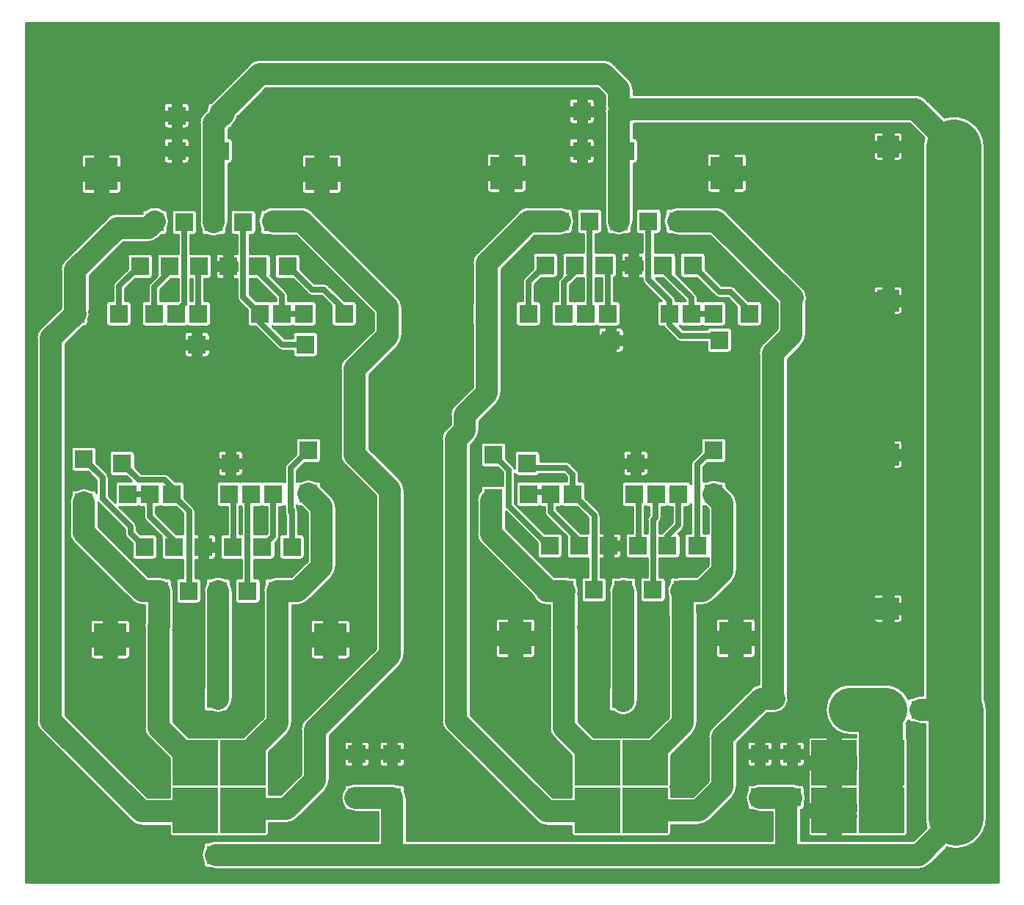
<source format=gbr>
G04 Generated by Ultiboard 13.0 *
%FSLAX34Y34*%
%MOMM*%

%ADD10C,0.0001*%
%ADD11C,0.2540*%
%ADD12C,0.6350*%
%ADD13C,2.5400*%
%ADD14C,5.0800*%
%ADD15C,6.3500*%
%ADD16R,2.1000X2.1000*%
%ADD17R,2.5400X2.5400*%
%ADD18R,2.1500X2.1500*%
%ADD19R,2.1590X2.1590*%
%ADD20R,3.8100X3.8100*%
%ADD21R,5.2070X5.2070*%


G04 ColorRGB 0000FF for the following layer *
%LNCopper Bottom*%
%LPD*%
G54D10*
G36*
X1126172Y3828D02*
X1126172Y3828D01*
X1126172Y996172D01*
X3828Y996172D01*
X3828Y3828D01*
X1126172Y3828D01*
D02*
G37*
%LPC*%
G36*
X223520Y18970D02*
G75*
D01*
G02X215685Y20937I1J16590*
G01*
X215685Y20937D01*
X212725Y20937D01*
G75*
D01*
G02X208897Y24765I0J3828*
G01*
X208897Y24765D01*
X208897Y27725D01*
G75*
D01*
G02X208897Y43395I14622J7835*
G01*
X208897Y43395D01*
X208897Y46355D01*
G75*
D01*
G02X212725Y50183I3828J0*
G01*
X212725Y50183D01*
X215685Y50183D01*
G75*
D01*
G02X223520Y52150I7835J-14622*
G01*
X223520Y52150D01*
X410130Y52150D01*
X410130Y85010D01*
X384610Y85010D01*
G75*
D01*
G02X376071Y87377I1J16590*
G01*
X376071Y87377D01*
X375285Y87377D01*
G75*
D01*
G02X371457Y91205I0J3828*
G01*
X371457Y91205D01*
X371457Y91490D01*
G75*
D01*
G02X371457Y111710I13152J10110*
G01*
X371457Y111710D01*
X371457Y112795D01*
G75*
D01*
G02X375285Y116623I3828J0*
G01*
X375285Y116623D01*
X377573Y116623D01*
G75*
D01*
G02X384610Y118190I7038J-15022*
G01*
X384610Y118190D01*
X426720Y118190D01*
G74*
D01*
G02X433757Y116623I1J16590*
G01*
X433757Y116623D01*
X437515Y116623D01*
G74*
D01*
G02X441343Y112795I0J3828*
G01*
X441343Y112795D01*
X441343Y109435D01*
G74*
D01*
G02X443310Y101600I14622J7835*
G01*
X443310Y101600D01*
X443310Y52150D01*
X864790Y52150D01*
X864790Y85010D01*
X850900Y85010D01*
G75*
D01*
G02X842361Y87377I1J16590*
G01*
X842361Y87377D01*
X840105Y87377D01*
G75*
D01*
G02X836277Y91205I0J3828*
G01*
X836277Y91205D01*
X836277Y93765D01*
G75*
D01*
G02X836277Y109435I14622J7835*
G01*
X836277Y109435D01*
X836277Y112795D01*
G75*
D01*
G02X840105Y116623I3828J0*
G01*
X840105Y116623D01*
X843863Y116623D01*
G75*
D01*
G02X850900Y118190I7038J-15022*
G01*
X850900Y118190D01*
X887330Y118190D01*
G74*
D01*
G02X894367Y116623I1J16590*
G01*
X894367Y116623D01*
X898525Y116623D01*
G74*
D01*
G02X902353Y112795I0J3828*
G01*
X902353Y112795D01*
X902353Y108637D01*
G75*
D01*
G02X902353Y94563I-15023J-7037*
G01*
X902353Y94563D01*
X902353Y91205D01*
G75*
D01*
G02X898525Y87377I-3828J0*
G01*
X898525Y87377D01*
X897970Y87377D01*
X897970Y52150D01*
X1027450Y52150D01*
X1042851Y67551D01*
G75*
D01*
G02X1041228Y78199I34109J10647*
G01*
X1041228Y78199D01*
X1041228Y186610D01*
X1036320Y186610D01*
G75*
D01*
G02X1027958Y188872I1J16590*
G01*
X1027958Y188872D01*
X1025500Y188872D01*
G75*
D01*
G02X1022236Y190699I-1J3828*
G01*
G74*
D01*
G02X1019951Y186695I26556J12501*
G01*
X1019951Y186695D01*
X1019951Y170746D01*
G74*
D01*
G02X1021293Y167835I2486J2911*
G01*
X1021293Y167835D01*
X1021293Y115765D01*
G75*
D01*
G02X1021002Y114300I-3828J-1*
G01*
G74*
D01*
G02X1021293Y112835I3537J1464*
G01*
X1021293Y112835D01*
X1021293Y60765D01*
G75*
D01*
G02X1017465Y56937I-3828J0*
G01*
X1017465Y56937D01*
X965395Y56937D01*
G75*
D01*
G02X963930Y57228I-1J3828*
G01*
G74*
D01*
G02X962465Y56937I1464J3537*
G01*
X962465Y56937D01*
X944050Y56937D01*
X944050Y79180D01*
X961567Y79180D01*
X961567Y82052D01*
G75*
D01*
G02X961249Y86360I29032J4309*
G01*
X961249Y86360D01*
X961249Y94420D01*
X944050Y94420D01*
X944050Y134180D01*
X961249Y134180D01*
X961249Y149420D01*
X944050Y149420D01*
X944050Y171663D01*
X961249Y171663D01*
X961249Y173849D01*
X956000Y173849D01*
G75*
D01*
G02X956000Y232551I0J29351*
G01*
X956000Y232551D01*
X995680Y232551D01*
G74*
D01*
G02X1022236Y215701I0J29351*
G01*
G75*
D01*
G02X1025500Y217528I3263J-2001*
G01*
X1025500Y217528D01*
X1027958Y217528D01*
G75*
D01*
G02X1036320Y219790I8363J-14327*
G01*
X1036320Y219790D01*
X1038688Y219790D01*
X1038688Y852805D01*
G74*
D01*
G02X1040311Y863452I35732J0*
G01*
X1040311Y863452D01*
X1023733Y880030D01*
X708371Y880030D01*
G74*
D01*
G02X706355Y879457I2015J3255*
G01*
X706355Y879457D01*
X704930Y879457D01*
X704930Y862983D01*
X706355Y862983D01*
G74*
D01*
G02X710183Y859155I0J3828*
G01*
X710183Y859155D01*
X710183Y837565D01*
G75*
D01*
G02X706355Y833737I-3828J0*
G01*
X706355Y833737D01*
X704930Y833737D01*
X704930Y767080D01*
G75*
D01*
G02X702963Y759245I-16590J1*
G01*
X702963Y759245D01*
X702963Y756285D01*
G75*
D01*
G02X699135Y752457I-3828J0*
G01*
X699135Y752457D01*
X696175Y752457D01*
G75*
D01*
G02X680505Y752457I-7835J14622*
G01*
X680505Y752457D01*
X677545Y752457D01*
G75*
D01*
G02X673717Y756285I0J3828*
G01*
X673717Y756285D01*
X673717Y759245D01*
G75*
D01*
G02X671750Y767080I14622J7835*
G01*
X671750Y767080D01*
X671750Y891517D01*
G75*
D01*
G02X671750Y891563I16590J23*
G01*
X671750Y891563D01*
X671750Y892810D01*
G74*
D01*
G02X672302Y897055I16590J1*
G01*
G75*
D01*
G02X671750Y901323I16038J4244*
G01*
X671750Y901323D01*
X671750Y912408D01*
X663488Y920670D01*
X548668Y920670D01*
G74*
D01*
G02X546100Y920470I2568J16389*
G01*
X546100Y920470D01*
X280992Y920470D01*
X248644Y888122D01*
G74*
D01*
G02X244141Y879809I16233J3417*
G01*
X244141Y879809D01*
X242823Y878492D01*
X242823Y878205D01*
G75*
D01*
G02X238995Y874377I-3828J0*
G01*
X238995Y874377D01*
X238708Y874377D01*
X237570Y873238D01*
X237570Y862983D01*
X238995Y862983D01*
G74*
D01*
G02X242823Y859155I0J3828*
G01*
X242823Y859155D01*
X242823Y837565D01*
G75*
D01*
G02X238995Y833737I-3828J0*
G01*
X238995Y833737D01*
X237570Y833737D01*
X237570Y765810D01*
G75*
D01*
G02X235603Y757975I-16590J1*
G01*
X235603Y757975D01*
X235603Y755015D01*
G75*
D01*
G02X231775Y751187I-3828J0*
G01*
X231775Y751187D01*
X228815Y751187D01*
G75*
D01*
G02X213145Y751187I-7835J14622*
G01*
X213145Y751187D01*
X210185Y751187D01*
G75*
D01*
G02X206357Y755015I0J3828*
G01*
X206357Y755015D01*
X206357Y757975D01*
G75*
D01*
G02X204390Y765810I14622J7835*
G01*
X204390Y765810D01*
X204390Y880086D01*
G75*
D01*
G02X209249Y891841I16590J24*
G01*
X209249Y891841D01*
X212366Y894958D01*
G74*
D01*
G02X213577Y898577I16233J3420*
G01*
X213577Y898577D01*
X213577Y899795D01*
G74*
D01*
G02X217217Y903619I3828J1*
G01*
X217217Y903619D01*
X236172Y922573D01*
X236172Y922573D01*
X262389Y948791D01*
G74*
D01*
G02X273360Y953632I11730J11732*
G01*
G75*
D01*
G02X274120Y953650I773J-16571*
G01*
X274120Y953650D01*
X543732Y953650D01*
G75*
D01*
G02X546300Y953850I2568J-16389*
G01*
X546300Y953850D01*
X670560Y953850D01*
G74*
D01*
G02X683719Y947362I1J16590*
G01*
X683719Y947362D01*
X700060Y931022D01*
G74*
D01*
G02X704930Y919280I11720J11742*
G01*
X704930Y919280D01*
X704930Y913210D01*
X1030590Y913210D01*
G75*
D01*
G02X1036684Y912056I15J-16590*
G01*
G74*
D01*
G02X1042347Y908340I6078J15435*
G01*
X1042347Y908340D01*
X1063773Y886914D01*
G75*
D01*
G02X1110152Y852805I10647J-34109*
G01*
X1110152Y852805D01*
X1110152Y215471D01*
G74*
D01*
G02X1112692Y202240I33191J13231*
G01*
X1112692Y202240D01*
X1112692Y78199D01*
G75*
D01*
G02X1066313Y44090I-35732J0*
G01*
X1066313Y44090D01*
X1046063Y23840D01*
G74*
D01*
G02X1040046Y19989I11741J11719*
G01*
G75*
D01*
G02X1034308Y18970I-5725J15570*
G01*
X1034308Y18970D01*
X223520Y18970D01*
D02*
G37*
G36*
X710010Y340360D02*
X710010Y340360D01*
X710010Y213360D01*
G75*
D01*
G02X682053Y201277I-16590J1*
G01*
X682053Y201277D01*
X680085Y201277D01*
G75*
D01*
G02X676257Y205105I0J3828*
G01*
X676257Y205105D01*
X676257Y226695D01*
G74*
D01*
G02X676830Y228711I3828J1*
G01*
X676830Y228711D01*
X676830Y340360D01*
G74*
D01*
G02X678797Y348195I16590J1*
G01*
X678797Y348195D01*
X678797Y352425D01*
G75*
D01*
G02X682625Y356253I3828J0*
G01*
X682625Y356253D01*
X688664Y356253D01*
G75*
D01*
G02X698176Y356253I4756J-15893*
G01*
X698176Y356253D01*
X704215Y356253D01*
G74*
D01*
G02X708043Y352425I0J3828*
G01*
X708043Y352425D01*
X708043Y348195D01*
G74*
D01*
G02X710010Y340360I14622J7835*
G01*
D02*
G37*
G36*
X753963Y727075D02*
X753963Y727075D01*
X753963Y706503D01*
X777116Y683350D01*
G74*
D01*
G02X779179Y678380I4955J4970*
G01*
X779179Y678380D01*
X779179Y675023D01*
X782955Y675023D01*
G74*
D01*
G02X784860Y674516I1J3828*
G01*
G75*
D01*
G02X786765Y675023I1904J-3321*
G01*
X786765Y675023D01*
X808355Y675023D01*
G74*
D01*
G02X812183Y671195I0J3828*
G01*
X812183Y671195D01*
X812183Y649605D01*
G75*
D01*
G02X808355Y645777I-3828J0*
G01*
X808355Y645777D01*
X786765Y645777D01*
G75*
D01*
G02X784860Y646284I-1J3828*
G01*
G74*
D01*
G02X782955Y645777I1904J3321*
G01*
X782955Y645777D01*
X761365Y645777D01*
G75*
D01*
G02X759460Y646284I-1J3828*
G01*
G74*
D01*
G02X758493Y645893I1905J3320*
G01*
X758493Y645893D01*
X762367Y642019D01*
X789847Y642019D01*
G75*
D01*
G02X793430Y644498I3582J-1349*
G01*
X793430Y644498D01*
X814930Y644498D01*
G74*
D01*
G02X818758Y640670I0J3828*
G01*
X818758Y640670D01*
X818758Y619170D01*
G75*
D01*
G02X814930Y615342I-3828J0*
G01*
X814930Y615342D01*
X793430Y615342D01*
G75*
D01*
G02X789602Y619170I0J3828*
G01*
X789602Y619170D01*
X789602Y627981D01*
X759460Y627981D01*
G75*
D01*
G02X757430Y628281I0J7019*
G01*
G74*
D01*
G02X754497Y630037I2030J6718*
G01*
X754497Y630037D01*
X741797Y642737D01*
G74*
D01*
G02X740010Y645777I4963J4962*
G01*
X740010Y645777D01*
X735965Y645777D01*
G75*
D01*
G02X732137Y649605I0J3828*
G01*
X732137Y649605D01*
X732137Y671195D01*
G75*
D01*
G02X735965Y675023I3828J0*
G01*
X735965Y675023D01*
X737450Y675023D01*
X724022Y688452D01*
G74*
D01*
G02X724017Y688457I4960J4965*
G01*
X724017Y688457D01*
X717377Y695097D01*
G75*
D01*
G02X715321Y700071I4962J4963*
G01*
X715321Y700071D01*
X715321Y701657D01*
X710526Y701657D01*
X710526Y711094D01*
X715321Y711094D01*
X715321Y721466D01*
X710526Y721466D01*
X710526Y730903D01*
X715321Y730903D01*
X715321Y752457D01*
X711545Y752457D01*
G75*
D01*
G02X707717Y756285I0J3828*
G01*
X707717Y756285D01*
X707717Y777875D01*
G75*
D01*
G02X711545Y781703I3828J0*
G01*
X711545Y781703D01*
X733135Y781703D01*
G74*
D01*
G02X736963Y777875I0J3828*
G01*
X736963Y777875D01*
X736963Y756285D01*
G75*
D01*
G02X733135Y752457I-3828J0*
G01*
X733135Y752457D01*
X729359Y752457D01*
X729359Y730903D01*
X750135Y730903D01*
G74*
D01*
G02X753963Y727075I0J3828*
G01*
D02*
G37*
G36*
X787963Y727075D02*
X787963Y727075D01*
X787963Y711583D01*
X806727Y692819D01*
X816810Y692819D01*
G74*
D01*
G02X821780Y690756I0J7019*
G01*
X821780Y690756D01*
X837513Y675023D01*
X849395Y675023D01*
G74*
D01*
G02X853223Y671195I0J3828*
G01*
X853223Y671195D01*
X853223Y649605D01*
G75*
D01*
G02X849395Y645777I-3828J0*
G01*
X849395Y645777D01*
X827805Y645777D01*
G75*
D01*
G02X823977Y649605I0J3828*
G01*
X823977Y649605D01*
X823977Y668707D01*
X813903Y678781D01*
X803827Y678781D01*
G75*
D01*
G02X798857Y680837I-7J7019*
G01*
X798857Y680837D01*
X778037Y701657D01*
X762545Y701657D01*
G75*
D01*
G02X758717Y705485I0J3828*
G01*
X758717Y705485D01*
X758717Y727075D01*
G75*
D01*
G02X762545Y730903I3828J0*
G01*
X762545Y730903D01*
X784135Y730903D01*
G74*
D01*
G02X787963Y727075I0J3828*
G01*
D02*
G37*
G36*
X849550Y614658D02*
G75*
D01*
G02X854409Y626411I16590J22*
G01*
X854409Y626411D01*
X870960Y642961D01*
X870960Y672759D01*
X793228Y750490D01*
X756340Y750490D01*
G75*
D01*
G02X748505Y752457I1J16590*
G01*
X748505Y752457D01*
X745545Y752457D01*
G75*
D01*
G02X741717Y756285I0J3828*
G01*
X741717Y756285D01*
X741717Y759245D01*
G75*
D01*
G02X741717Y774915I14622J7835*
G01*
X741717Y774915D01*
X741717Y777875D01*
G75*
D01*
G02X745545Y781703I3828J0*
G01*
X745545Y781703D01*
X748505Y781703D01*
G75*
D01*
G02X756340Y783670I7835J-14622*
G01*
X756340Y783670D01*
X800100Y783670D01*
G74*
D01*
G02X811842Y778800I0J16590*
G01*
X811842Y778800D01*
X900524Y690118D01*
G74*
D01*
G02X903742Y685589I11724J11738*
G01*
G75*
D01*
G02X904139Y672061I-14942J-7208*
G01*
X904139Y672061D01*
X904139Y636090D01*
G75*
D01*
G02X899269Y624348I-16589J-1*
G01*
X899269Y624348D01*
X882730Y607808D01*
X882730Y222266D01*
G75*
D01*
G02X867410Y199310I-15320J-6366*
G01*
X867410Y199310D01*
X859042Y199310D01*
X824310Y164578D01*
X824310Y114300D01*
G75*
D01*
G02X819440Y102558I-16590J0*
G01*
X819440Y102558D01*
X791962Y75080D01*
G74*
D01*
G02X780220Y70210I11742J11720*
G01*
X780220Y70210D01*
X748243Y70210D01*
X748243Y60765D01*
G75*
D01*
G02X744415Y56937I-3828J0*
G01*
X744415Y56937D01*
X692345Y56937D01*
G75*
D01*
G02X690880Y57228I-1J3828*
G01*
G74*
D01*
G02X689415Y56937I1464J3537*
G01*
X689415Y56937D01*
X637345Y56937D01*
G75*
D01*
G02X633517Y60765I0J3828*
G01*
X633517Y60765D01*
X633517Y69090D01*
X605200Y69090D01*
G75*
D01*
G02X602492Y69313I3J16590*
G01*
G74*
D01*
G02X593469Y73949I2707J16367*
G01*
X593469Y73949D01*
X488649Y178769D01*
G75*
D01*
G02X483790Y190522I11731J11731*
G01*
X483790Y190522D01*
X483790Y515605D01*
G75*
D01*
G02X488649Y527351I16590J15*
G01*
X488649Y527351D01*
X493950Y532652D01*
X493950Y543537D01*
G75*
D01*
G02X498809Y555291I16590J23*
G01*
X498809Y555291D01*
X519350Y575832D01*
X519350Y648465D01*
G75*
D01*
G02X519177Y649605I3655J1138*
G01*
X519177Y649605D01*
X519177Y671195D01*
G74*
D01*
G02X519350Y672335I3828J2*
G01*
X519350Y672335D01*
X519350Y718798D01*
G75*
D01*
G02X524209Y730551I16590J22*
G01*
X524209Y730551D01*
X572469Y778811D01*
G74*
D01*
G02X581145Y783386I11730J11731*
G01*
G75*
D01*
G02X584200Y783670I3056J-16305*
G01*
X584200Y783670D01*
X620340Y783670D01*
G74*
D01*
G02X628175Y781703I1J16590*
G01*
X628175Y781703D01*
X631135Y781703D01*
G74*
D01*
G02X634963Y777875I0J3828*
G01*
X634963Y777875D01*
X634963Y774915D01*
G75*
D01*
G02X634963Y759245I-14622J-7835*
G01*
X634963Y759245D01*
X634963Y756285D01*
G75*
D01*
G02X631135Y752457I-3828J0*
G01*
X631135Y752457D01*
X628175Y752457D01*
G74*
D01*
G02X620340Y750490I7835J14622*
G01*
X620340Y750490D01*
X591072Y750490D01*
X556753Y716172D01*
X552530Y711948D01*
X552530Y568960D01*
G75*
D01*
G02X547660Y557218I-16590J0*
G01*
X547660Y557218D01*
X527130Y536688D01*
X527130Y525780D01*
G75*
D01*
G02X522260Y514038I-16590J0*
G01*
X522260Y514038D01*
X516970Y508748D01*
X516970Y197372D01*
X612072Y102270D01*
X633517Y102270D01*
X633517Y112835D01*
G74*
D01*
G02X633808Y114300I3828J1*
G01*
G75*
D01*
G02X633517Y115765I3537J1464*
G01*
X633517Y115765D01*
X633517Y150742D01*
X613109Y171149D01*
G75*
D01*
G02X608250Y182899I11731J11731*
G01*
X608250Y182899D01*
X608250Y297180D01*
G74*
D01*
G02X608299Y298450I16590J4*
G01*
G75*
D01*
G02X608250Y299720I16540J1274*
G01*
X608250Y299720D01*
X608250Y323770D01*
X604920Y323770D01*
G75*
D01*
G02X589364Y334594I0J16590*
G01*
X589364Y334594D01*
X529289Y394669D01*
G75*
D01*
G02X524430Y406423I11731J11731*
G01*
X524430Y406423D01*
X524430Y444500D01*
G74*
D01*
G02X528937Y455867I16590J1*
G01*
X528937Y455867D01*
X528937Y458235D01*
G75*
D01*
G02X532765Y462063I3828J0*
G01*
X532765Y462063D01*
X554321Y462063D01*
X554321Y476953D01*
X548457Y482817D01*
X532765Y482817D01*
G75*
D01*
G02X528937Y486645I0J3828*
G01*
X528937Y486645D01*
X528937Y508235D01*
G75*
D01*
G02X532765Y512063I3828J0*
G01*
X532765Y512063D01*
X554355Y512063D01*
G74*
D01*
G02X558183Y508235I0J3828*
G01*
X558183Y508235D01*
X558183Y492943D01*
X566296Y484830D01*
G74*
D01*
G02X568082Y481813I4955J4970*
G01*
X568082Y481813D01*
X568082Y498430D01*
G75*
D01*
G02X571910Y502258I3828J0*
G01*
X571910Y502258D01*
X593410Y502258D01*
G74*
D01*
G02X597238Y498430I0J3828*
G01*
X597238Y498430D01*
X597238Y489619D01*
X627380Y489619D01*
G74*
D01*
G02X632350Y487556I0J7019*
G01*
X632350Y487556D01*
X639956Y479950D01*
G74*
D01*
G02X642019Y474980I4955J4970*
G01*
X642019Y474980D01*
X642019Y466743D01*
X645795Y466743D01*
G74*
D01*
G02X649623Y462915I0J3828*
G01*
X649623Y462915D01*
X649623Y447423D01*
X664887Y432159D01*
G75*
D01*
G02X666929Y426755I-4962J-4963*
G01*
X666929Y426755D01*
X666929Y407053D01*
X671234Y407053D01*
X671234Y397616D01*
X666929Y397616D01*
X666929Y387244D01*
X671234Y387244D01*
X671234Y377807D01*
X666929Y377807D01*
X666929Y356253D01*
X670215Y356253D01*
G74*
D01*
G02X674043Y352425I0J3828*
G01*
X674043Y352425D01*
X674043Y330835D01*
G75*
D01*
G02X670215Y327007I-3828J0*
G01*
X670215Y327007D01*
X648625Y327007D01*
G75*
D01*
G02X644797Y330835I0J3828*
G01*
X644797Y330835D01*
X644797Y352425D01*
G75*
D01*
G02X648625Y356253I3828J0*
G01*
X648625Y356253D01*
X652891Y356253D01*
X652891Y377807D01*
X631625Y377807D01*
G75*
D01*
G02X627797Y381635I0J3828*
G01*
X627797Y381635D01*
X627797Y403225D01*
G74*
D01*
G02X627804Y403470I3828J13*
G01*
X627804Y403470D01*
X604637Y426637D01*
G75*
D01*
G02X602581Y431615I4962J4963*
G01*
X602581Y431615D01*
X602581Y437497D01*
X598805Y437497D01*
G75*
D01*
G02X596900Y438004I-1J3828*
G01*
G74*
D01*
G02X594995Y437497I1904J3321*
G01*
X594995Y437497D01*
X573405Y437497D01*
G75*
D01*
G02X571504Y438002I-1J3828*
G01*
X571504Y438002D01*
X602453Y407053D01*
X619215Y407053D01*
G74*
D01*
G02X623043Y403225I0J3828*
G01*
X623043Y403225D01*
X623043Y381635D01*
G75*
D01*
G02X619215Y377807I-3828J0*
G01*
X619215Y377807D01*
X597625Y377807D01*
G75*
D01*
G02X593797Y381635I0J3828*
G01*
X593797Y381635D01*
X593797Y395857D01*
X557610Y432044D01*
X557610Y413272D01*
X613932Y356950D01*
X625420Y356950D01*
G74*
D01*
G02X630176Y356253I2J16590*
G01*
X630176Y356253D01*
X636215Y356253D01*
G74*
D01*
G02X640043Y352425I0J3828*
G01*
X640043Y352425D01*
X640043Y348195D01*
G75*
D01*
G02X641430Y336012I-14622J-7835*
G01*
X641430Y336012D01*
X641430Y299720D01*
G75*
D01*
G02X641381Y298450I-16590J4*
G01*
G74*
D01*
G02X641430Y297180I16540J1274*
G01*
X641430Y297180D01*
X641430Y189752D01*
X659518Y171663D01*
X689415Y171663D01*
G74*
D01*
G02X690880Y171372I1J3828*
G01*
G75*
D01*
G02X692345Y171663I1464J-3537*
G01*
X692345Y171663D01*
X722242Y171663D01*
X745410Y194832D01*
X745410Y311192D01*
G75*
D01*
G02X744830Y315540I16009J4348*
G01*
X744830Y315540D01*
X744830Y334743D01*
G75*
D01*
G02X746797Y349798I15609J5617*
G01*
X746797Y349798D01*
X746797Y352425D01*
G75*
D01*
G02X750625Y356253I3828J0*
G01*
X750625Y356253D01*
X755684Y356253D01*
G75*
D01*
G02X760440Y356950I4758J-15892*
G01*
X760440Y356950D01*
X777988Y356950D01*
X791130Y370092D01*
X791130Y378320D01*
G74*
D01*
G02X789215Y377807I1914J3315*
G01*
X789215Y377807D01*
X767625Y377807D01*
G75*
D01*
G02X763797Y381635I0J3828*
G01*
X763797Y381635D01*
X763797Y403225D01*
G75*
D01*
G02X767625Y407053I3828J0*
G01*
X767625Y407053D01*
X771401Y407053D01*
X771401Y440291D01*
G74*
D01*
G02X767715Y437497I3686J1034*
G01*
X767715Y437497D01*
X763939Y437497D01*
X763939Y416560D01*
G75*
D01*
G02X761876Y411590I-7019J0*
G01*
X761876Y411590D01*
X756933Y406647D01*
G74*
D01*
G02X759043Y403225I1719J3421*
G01*
X759043Y403225D01*
X759043Y381635D01*
G75*
D01*
G02X755215Y377807I-3828J0*
G01*
X755215Y377807D01*
X734929Y377807D01*
X734929Y356253D01*
X738215Y356253D01*
G74*
D01*
G02X742043Y352425I0J3828*
G01*
X742043Y352425D01*
X742043Y330835D01*
G75*
D01*
G02X738215Y327007I-3828J0*
G01*
X738215Y327007D01*
X716625Y327007D01*
G75*
D01*
G02X712797Y330835I0J3828*
G01*
X712797Y330835D01*
X712797Y352425D01*
G75*
D01*
G02X716625Y356253I3828J0*
G01*
X716625Y356253D01*
X720891Y356253D01*
X720891Y377807D01*
X699625Y377807D01*
G75*
D01*
G02X695797Y381635I0J3828*
G01*
X695797Y381635D01*
X695797Y403225D01*
G75*
D01*
G02X699625Y407053I3828J0*
G01*
X699625Y407053D01*
X704181Y407053D01*
X704181Y437497D01*
X695325Y437497D01*
G75*
D01*
G02X691497Y441325I0J3828*
G01*
X691497Y441325D01*
X691497Y462915D01*
G75*
D01*
G02X695325Y466743I3828J0*
G01*
X695325Y466743D01*
X716915Y466743D01*
G74*
D01*
G02X718820Y466236I1J3828*
G01*
G75*
D01*
G02X720725Y466743I1904J-3321*
G01*
X720725Y466743D01*
X742315Y466743D01*
G74*
D01*
G02X744220Y466236I1J3828*
G01*
G75*
D01*
G02X746125Y466743I1904J-3321*
G01*
X746125Y466743D01*
X767715Y466743D01*
G74*
D01*
G02X771401Y463949I0J3828*
G01*
X771401Y463949D01*
X771401Y486309D01*
G75*
D01*
G02X773457Y491283I7019J11*
G01*
X773457Y491283D01*
X782937Y500763D01*
X782937Y513315D01*
G75*
D01*
G02X786765Y517143I3828J0*
G01*
X786765Y517143D01*
X808355Y517143D01*
G74*
D01*
G02X812183Y513315I0J3828*
G01*
X812183Y513315D01*
X812183Y491725D01*
G75*
D01*
G02X808355Y487897I-3828J0*
G01*
X808355Y487897D01*
X789923Y487897D01*
X785439Y483413D01*
X785439Y466906D01*
G75*
D01*
G02X786765Y467143I1326J-3590*
G01*
X786765Y467143D01*
X790523Y467143D01*
G75*
D01*
G02X804597Y467143I7037J-15023*
G01*
X804597Y467143D01*
X808355Y467143D01*
G74*
D01*
G02X812183Y463315I0J3828*
G01*
X812183Y463315D01*
X812183Y460958D01*
X819440Y453702D01*
G74*
D01*
G02X824310Y441960I11720J11742*
G01*
X824310Y441960D01*
X824310Y363220D01*
G75*
D01*
G02X819440Y351478I-16590J0*
G01*
X819440Y351478D01*
X796602Y328640D01*
G74*
D01*
G02X784860Y323770I11742J11720*
G01*
X784860Y323770D01*
X778010Y323770D01*
X778010Y319308D01*
G74*
D01*
G02X778590Y314960I16009J4348*
G01*
X778590Y314960D01*
X778590Y187960D01*
G75*
D01*
G02X773720Y176218I-16590J0*
G01*
X773720Y176218D01*
X748243Y150742D01*
X748243Y115765D01*
G75*
D01*
G02X747952Y114300I-3828J-1*
G01*
G74*
D01*
G02X748243Y112835I3537J1464*
G01*
X748243Y112835D01*
X748243Y103390D01*
X773348Y103390D01*
X791130Y121172D01*
X791130Y171437D01*
G75*
D01*
G02X795989Y183181I16590J13*
G01*
X795989Y183181D01*
X840439Y227631D01*
G74*
D01*
G02X849550Y232282I11731J11731*
G01*
X849550Y232282D01*
X849550Y614658D01*
D02*
G37*
G36*
X718410Y473102D02*
X718410Y473102D01*
X712830Y473102D01*
X712830Y482510D01*
X722238Y482510D01*
X722238Y476930D01*
G75*
D01*
G02X718410Y473102I-3828J0*
G01*
D02*
G37*
G36*
X718410Y502258D02*
G74*
D01*
G02X722238Y498430I0J3828*
G01*
X722238Y498430D01*
X722238Y492850D01*
X712830Y492850D01*
X712830Y502258D01*
X718410Y502258D01*
D02*
G37*
G36*
X693082Y476930D02*
X693082Y476930D01*
X693082Y482510D01*
X702490Y482510D01*
X702490Y473102D01*
X696910Y473102D01*
G75*
D01*
G02X693082Y476930I0J3828*
G01*
D02*
G37*
G36*
X685963Y727075D02*
X685963Y727075D01*
X685963Y705485D01*
G75*
D01*
G02X682659Y701693I-3828J0*
G01*
X682659Y701693D01*
X682659Y675023D01*
X686435Y675023D01*
G74*
D01*
G02X690263Y671195I0J3828*
G01*
X690263Y671195D01*
X690263Y649605D01*
G75*
D01*
G02X686435Y645777I-3828J0*
G01*
X686435Y645777D01*
X664845Y645777D01*
G75*
D01*
G02X662940Y646284I-1J3828*
G01*
G74*
D01*
G02X661035Y645777I1904J3321*
G01*
X661035Y645777D01*
X639445Y645777D01*
G75*
D01*
G02X637540Y646284I-1J3828*
G01*
G74*
D01*
G02X635635Y645777I1904J3321*
G01*
X635635Y645777D01*
X614045Y645777D01*
G75*
D01*
G02X610217Y649605I0J3828*
G01*
X610217Y649605D01*
X610217Y671195D01*
G75*
D01*
G02X614045Y675023I3828J0*
G01*
X614045Y675023D01*
X617821Y675023D01*
X617821Y696146D01*
G75*
D01*
G02X619877Y701123I7019J14*
G01*
X619877Y701123D01*
X622943Y704189D01*
G75*
D01*
G02X622717Y705485I3602J1296*
G01*
X622717Y705485D01*
X622717Y727075D01*
G75*
D01*
G02X626545Y730903I3828J0*
G01*
X626545Y730903D01*
X647321Y730903D01*
X647321Y752457D01*
X643545Y752457D01*
G75*
D01*
G02X639717Y756285I0J3828*
G01*
X639717Y756285D01*
X639717Y777875D01*
G75*
D01*
G02X643545Y781703I3828J0*
G01*
X643545Y781703D01*
X665135Y781703D01*
G74*
D01*
G02X668963Y777875I0J3828*
G01*
X668963Y777875D01*
X668963Y756285D01*
G75*
D01*
G02X665135Y752457I-3828J0*
G01*
X665135Y752457D01*
X661359Y752457D01*
X661359Y730903D01*
X682135Y730903D01*
G74*
D01*
G02X685963Y727075I0J3828*
G01*
D02*
G37*
G36*
X709148Y716172D02*
G75*
D01*
G02X709148Y716172I-3808J108*
G01*
D02*
G37*
G36*
X617963Y727075D02*
X617963Y727075D01*
X617963Y705485D01*
G75*
D01*
G02X614135Y701657I-3828J0*
G01*
X614135Y701657D01*
X598643Y701657D01*
X591219Y694233D01*
X591219Y675023D01*
X594595Y675023D01*
G74*
D01*
G02X598423Y671195I0J3828*
G01*
X598423Y671195D01*
X598423Y649605D01*
G75*
D01*
G02X594595Y645777I-3828J0*
G01*
X594595Y645777D01*
X573005Y645777D01*
G75*
D01*
G02X569177Y649605I0J3828*
G01*
X569177Y649605D01*
X569177Y671195D01*
G75*
D01*
G02X573005Y675023I3828J0*
G01*
X573005Y675023D01*
X577181Y675023D01*
X577181Y697126D01*
G75*
D01*
G02X579237Y702103I7019J14*
G01*
X579237Y702103D01*
X588717Y711583D01*
X588717Y727075D01*
G75*
D01*
G02X592545Y730903I3828J0*
G01*
X592545Y730903D01*
X614135Y730903D01*
G74*
D01*
G02X617963Y727075I0J3828*
G01*
D02*
G37*
G36*
X280865Y56937D02*
X280865Y56937D01*
X228795Y56937D01*
G75*
D01*
G02X227330Y57228I-1J3828*
G01*
G74*
D01*
G02X225865Y56937I1464J3537*
G01*
X225865Y56937D01*
X173795Y56937D01*
G75*
D01*
G02X169967Y60765I0J3828*
G01*
X169967Y60765D01*
X169967Y69090D01*
X137840Y69090D01*
G75*
D01*
G02X135132Y69313I3J16590*
G01*
G74*
D01*
G02X126109Y73949I2707J16367*
G01*
X126109Y73949D01*
X21289Y178769D01*
G75*
D01*
G02X16430Y190522I11731J11731*
G01*
X16430Y190522D01*
X16430Y632039D01*
G75*
D01*
G02X21289Y643791I16590J21*
G01*
X21289Y643791D01*
X44370Y666872D01*
X44370Y710888D01*
G75*
D01*
G02X49229Y722641I16590J22*
G01*
X49229Y722641D01*
X97779Y771191D01*
G74*
D01*
G02X105790Y775627I11730J11732*
G01*
G75*
D01*
G02X109510Y776050I3722J-16166*
G01*
X109510Y776050D01*
X138357Y776050D01*
X138357Y776605D01*
G75*
D01*
G02X142185Y780433I3828J0*
G01*
X142185Y780433D01*
X143136Y780433D01*
G75*
D01*
G02X162824Y780433I9844J-13353*
G01*
X162824Y780433D01*
X163775Y780433D01*
G74*
D01*
G02X167603Y776605I0J3828*
G01*
X167603Y776605D01*
X167603Y774914D01*
G75*
D01*
G02X167603Y759246I-14623J-7834*
G01*
X167603Y759246D01*
X167603Y755015D01*
G75*
D01*
G02X163775Y751187I-3828J0*
G01*
X163775Y751187D01*
X160548Y751187D01*
X157102Y747740D01*
G74*
D01*
G02X150259Y743610I11741J11720*
G01*
G75*
D01*
G02X145348Y742870I-4899J15849*
G01*
X145348Y742870D01*
X116382Y742870D01*
X89683Y716172D01*
X89683Y716172D01*
X87257Y713745D01*
X77550Y704038D01*
X77550Y664021D01*
G75*
D01*
G02X75983Y652566I-16189J-3620*
G01*
X75983Y652566D01*
X75983Y649605D01*
G75*
D01*
G02X72155Y645777I-3828J0*
G01*
X72155Y645777D01*
X70198Y645777D01*
X49610Y625188D01*
X49610Y197372D01*
X144712Y102270D01*
X169967Y102270D01*
X169967Y112835D01*
G74*
D01*
G02X170258Y114300I3828J1*
G01*
G75*
D01*
G02X169967Y115765I3537J1464*
G01*
X169967Y115765D01*
X169967Y146932D01*
X145749Y171149D01*
G75*
D01*
G02X140890Y182899I11731J11731*
G01*
X140890Y182899D01*
X140890Y299720D01*
G74*
D01*
G02X141470Y304068I16590J0*
G01*
X141470Y304068D01*
X141470Y323770D01*
X138726Y323770D01*
G75*
D01*
G02X126989Y328629I-6J16590*
G01*
X126989Y328629D01*
X59389Y396229D01*
G75*
D01*
G02X54530Y407972I11731J11731*
G01*
X54530Y407972D01*
X54530Y442360D01*
G74*
D01*
G02X56497Y450195I16590J1*
G01*
X56497Y450195D01*
X56497Y453155D01*
G75*
D01*
G02X60325Y456983I3828J0*
G01*
X60325Y456983D01*
X63285Y456983D01*
G75*
D01*
G02X78955Y456983I7835J-14622*
G01*
X78955Y456983D01*
X81915Y456983D01*
G74*
D01*
G02X85691Y453785I0J3828*
G01*
X85691Y453785D01*
X85691Y468263D01*
X77782Y476172D01*
X76217Y477737D01*
X60325Y477737D01*
G75*
D01*
G02X56497Y481565I0J3828*
G01*
X56497Y481565D01*
X56497Y503155D01*
G75*
D01*
G02X60325Y506983I3828J0*
G01*
X60325Y506983D01*
X81915Y506983D01*
G74*
D01*
G02X85743Y503155I0J3828*
G01*
X85743Y503155D01*
X85743Y488063D01*
X97666Y476140D01*
G74*
D01*
G02X99729Y471170I4955J4970*
G01*
X99729Y471170D01*
X99729Y449720D01*
X107297Y442152D01*
X107297Y462915D01*
G75*
D01*
G02X111125Y466743I3828J0*
G01*
X111125Y466743D01*
X126310Y466743D01*
X119952Y473102D01*
X104550Y473102D01*
G75*
D01*
G02X100722Y476930I0J3828*
G01*
X100722Y476930D01*
X100722Y498430D01*
G75*
D01*
G02X104550Y502258I3828J0*
G01*
X104550Y502258D01*
X126050Y502258D01*
G74*
D01*
G02X129878Y498430I0J3828*
G01*
X129878Y498430D01*
X129878Y483028D01*
X136734Y476172D01*
X137257Y475649D01*
X164465Y475649D01*
G74*
D01*
G02X169435Y473586I0J7019*
G01*
X169435Y473586D01*
X176278Y466743D01*
X183515Y466743D01*
G74*
D01*
G02X187343Y462915I0J3828*
G01*
X187343Y462915D01*
X187343Y447423D01*
X197506Y437260D01*
G74*
D01*
G02X199569Y432290I4955J4970*
G01*
X199569Y432290D01*
X199569Y405783D01*
X203874Y405783D01*
X203874Y396346D01*
X199569Y396346D01*
X199569Y385974D01*
X203874Y385974D01*
X203874Y376537D01*
X199569Y376537D01*
X199569Y354983D01*
X202855Y354983D01*
G74*
D01*
G02X206683Y351155I0J3828*
G01*
X206683Y351155D01*
X206683Y329565D01*
G75*
D01*
G02X202855Y325737I-3828J0*
G01*
X202855Y325737D01*
X181265Y325737D01*
G75*
D01*
G02X177437Y329565I0J3828*
G01*
X177437Y329565D01*
X177437Y351155D01*
G75*
D01*
G02X181265Y354983I3828J0*
G01*
X181265Y354983D01*
X185531Y354983D01*
X185531Y376537D01*
X164265Y376537D01*
G75*
D01*
G02X160437Y380365I0J3828*
G01*
X160437Y380365D01*
X160437Y401955D01*
G74*
D01*
G02X160663Y403251I3828J0*
G01*
X160663Y403251D01*
X142357Y421557D01*
G75*
D01*
G02X140301Y426535I4962J4963*
G01*
X140301Y426535D01*
X140301Y437497D01*
X136525Y437497D01*
G75*
D01*
G02X134620Y438004I-1J3828*
G01*
G74*
D01*
G02X132715Y437497I1904J3321*
G01*
X132715Y437497D01*
X111952Y437497D01*
X130051Y419398D01*
G74*
D01*
G02X132114Y414428I4955J4970*
G01*
X132114Y414428D01*
X132114Y410032D01*
X136363Y405783D01*
X151855Y405783D01*
G74*
D01*
G02X155683Y401955I0J3828*
G01*
X155683Y401955D01*
X155683Y380365D01*
G75*
D01*
G02X151855Y376537I-3828J0*
G01*
X151855Y376537D01*
X130265Y376537D01*
G75*
D01*
G02X126437Y380365I0J3828*
G01*
X126437Y380365D01*
X126437Y395857D01*
X120132Y402162D01*
G75*
D01*
G02X118076Y407137I4962J4963*
G01*
X118076Y407137D01*
X118076Y411520D01*
X87747Y441850D01*
G74*
D01*
G02X87710Y441887I4944J4981*
G01*
X87710Y441887D01*
X87710Y414832D01*
X145592Y356950D01*
X157480Y356950D01*
G74*
D01*
G02X157770Y356947I27J16590*
G01*
G75*
D01*
G02X165895Y354983I291J-16586*
G01*
X165895Y354983D01*
X168855Y354983D01*
G74*
D01*
G02X172683Y351155I0J3828*
G01*
X172683Y351155D01*
X172683Y348195D01*
G74*
D01*
G02X174650Y340360I14622J7835*
G01*
X174650Y340360D01*
X174650Y299140D01*
G75*
D01*
G02X174070Y294792I-16590J0*
G01*
X174070Y294792D01*
X174070Y189752D01*
X192158Y171663D01*
X225865Y171663D01*
G74*
D01*
G02X227330Y171372I1J3828*
G01*
G75*
D01*
G02X228795Y171663I1464J-3537*
G01*
X228795Y171663D01*
X254882Y171663D01*
X278050Y194832D01*
X278050Y339780D01*
G74*
D01*
G02X278053Y340070I16590J27*
G01*
G75*
D01*
G02X279437Y346999I16586J290*
G01*
X279437Y346999D01*
X279437Y351155D01*
G75*
D01*
G02X283265Y354983I3828J0*
G01*
X283265Y354983D01*
X286805Y354983D01*
G75*
D01*
G02X294640Y356950I7835J-14622*
G01*
X294640Y356950D01*
X310628Y356950D01*
X328850Y375172D01*
X328850Y430408D01*
X321362Y437897D01*
X319405Y437897D01*
G75*
D01*
G02X316899Y438831I0J3828*
G01*
X316899Y438831D01*
X316899Y436875D01*
G74*
D01*
G02X318079Y432980I5838J3895*
G01*
X318079Y432980D01*
X318079Y405783D01*
X321855Y405783D01*
G74*
D01*
G02X325683Y401955I0J3828*
G01*
X325683Y401955D01*
X325683Y380365D01*
G75*
D01*
G02X321855Y376537I-3828J0*
G01*
X321855Y376537D01*
X300265Y376537D01*
G75*
D01*
G02X296437Y380365I0J3828*
G01*
X296437Y380365D01*
X296437Y401955D01*
G74*
D01*
G02X296459Y402369I3828J4*
G01*
G74*
D01*
G02X294516Y398690I6898J1291*
G01*
X294516Y398690D01*
X291683Y395857D01*
X291683Y380365D01*
G75*
D01*
G02X287855Y376537I-3828J0*
G01*
X287855Y376537D01*
X267079Y376537D01*
X267079Y354983D01*
X270855Y354983D01*
G74*
D01*
G02X274683Y351155I0J3828*
G01*
X274683Y351155D01*
X274683Y329565D01*
G75*
D01*
G02X270855Y325737I-3828J0*
G01*
X270855Y325737D01*
X249265Y325737D01*
G75*
D01*
G02X245437Y329565I0J3828*
G01*
X245437Y329565D01*
X245437Y351155D01*
G75*
D01*
G02X249265Y354983I3828J0*
G01*
X249265Y354983D01*
X253041Y354983D01*
X253041Y376537D01*
X232265Y376537D01*
G75*
D01*
G02X228437Y380365I0J3828*
G01*
X228437Y380365D01*
X228437Y401955D01*
G75*
D01*
G02X232265Y405783I3828J0*
G01*
X232265Y405783D01*
X236821Y405783D01*
X236821Y437497D01*
X227965Y437497D01*
G75*
D01*
G02X224137Y441325I0J3828*
G01*
X224137Y441325D01*
X224137Y462915D01*
G75*
D01*
G02X227965Y466743I3828J0*
G01*
X227965Y466743D01*
X249555Y466743D01*
G74*
D01*
G02X251460Y466236I1J3828*
G01*
G75*
D01*
G02X253365Y466743I1904J-3321*
G01*
X253365Y466743D01*
X274955Y466743D01*
G74*
D01*
G02X276860Y466236I1J3828*
G01*
G75*
D01*
G02X278765Y466743I1904J-3321*
G01*
X278765Y466743D01*
X300355Y466743D01*
G74*
D01*
G02X302861Y465809I0J3828*
G01*
X302861Y465809D01*
X302861Y482188D01*
G75*
D01*
G02X304917Y487163I7019J12*
G01*
X304917Y487163D01*
X315577Y497823D01*
X315577Y513315D01*
G75*
D01*
G02X319405Y517143I3828J0*
G01*
X319405Y517143D01*
X340995Y517143D01*
G74*
D01*
G02X344823Y513315I0J3828*
G01*
X344823Y513315D01*
X344823Y491725D01*
G75*
D01*
G02X340995Y487897I-3828J0*
G01*
X340995Y487897D01*
X325503Y487897D01*
X316899Y479293D01*
X316899Y466209D01*
G75*
D01*
G02X319405Y467143I2506J-2894*
G01*
X319405Y467143D01*
X322366Y467143D01*
G75*
D01*
G02X338034Y467143I7834J-14623*
G01*
X338034Y467143D01*
X340995Y467143D01*
G74*
D01*
G02X344823Y463315I0J3828*
G01*
X344823Y463315D01*
X344823Y461358D01*
X357160Y449022D01*
G74*
D01*
G02X362030Y437280I11720J11742*
G01*
X362030Y437280D01*
X362030Y368300D01*
G75*
D01*
G02X357160Y356558I-16590J0*
G01*
X357160Y356558D01*
X329242Y328640D01*
G74*
D01*
G02X322499Y324541I11742J11720*
G01*
G75*
D01*
G02X317488Y323770I-4999J15819*
G01*
X317488Y323770D01*
X311230Y323770D01*
X311230Y187960D01*
G75*
D01*
G02X306360Y176218I-16590J0*
G01*
X306360Y176218D01*
X284693Y154552D01*
X284693Y115765D01*
G75*
D01*
G02X284402Y114300I-3828J-1*
G01*
G74*
D01*
G02X284693Y112835I3537J1464*
G01*
X284693Y112835D01*
X284693Y105490D01*
X297928Y105490D01*
X321230Y128792D01*
X321230Y180317D01*
G75*
D01*
G02X326089Y192071I16590J23*
G01*
X326089Y192071D01*
X370190Y236172D01*
X407590Y273572D01*
X407590Y450328D01*
X371809Y486109D01*
G75*
D01*
G02X366950Y497850I11731J11731*
G01*
X366950Y497850D01*
X366950Y596881D01*
G75*
D01*
G02X371809Y608631I16590J19*
G01*
X371809Y608631D01*
X405050Y641872D01*
X405050Y661148D01*
X350027Y716172D01*
X350027Y716172D01*
X315708Y750490D01*
X288980Y750490D01*
G75*
D01*
G02X284224Y751187I2J16590*
G01*
X284224Y751187D01*
X278185Y751187D01*
G75*
D01*
G02X274357Y755015I0J3828*
G01*
X274357Y755015D01*
X274357Y759245D01*
G75*
D01*
G02X274357Y774915I14622J7835*
G01*
X274357Y774915D01*
X274357Y776605D01*
G75*
D01*
G02X278185Y780433I3828J0*
G01*
X278185Y780433D01*
X279136Y780433D01*
G75*
D01*
G02X288980Y783670I9845J-13352*
G01*
X288980Y783670D01*
X322580Y783670D01*
G74*
D01*
G02X334322Y778800I0J16590*
G01*
X334322Y778800D01*
X433360Y679762D01*
G74*
D01*
G02X438230Y668020I11720J11742*
G01*
X438230Y668020D01*
X438230Y635000D01*
G75*
D01*
G02X433360Y623258I-16590J0*
G01*
X433360Y623258D01*
X400130Y590028D01*
X400130Y504712D01*
X428670Y476172D01*
X435900Y468942D01*
G74*
D01*
G02X440770Y457200I11720J11742*
G01*
X440770Y457200D01*
X440770Y266700D01*
G75*
D01*
G02X435900Y254958I-16590J0*
G01*
X435900Y254958D01*
X417113Y236172D01*
X354410Y173468D01*
X354410Y121920D01*
G75*
D01*
G02X349540Y110178I-16590J0*
G01*
X349540Y110178D01*
X316542Y77180D01*
G74*
D01*
G02X308428Y72712I11741J11721*
G01*
G75*
D01*
G02X304790Y72310I-3630J16187*
G01*
X304790Y72310D01*
X284693Y72310D01*
X284693Y60765D01*
G75*
D01*
G02X280865Y56937I-3828J0*
G01*
D02*
G37*
G36*
X254878Y476930D02*
G75*
D01*
G02X251050Y473102I-3828J0*
G01*
X251050Y473102D01*
X245470Y473102D01*
X245470Y482510D01*
X254878Y482510D01*
X254878Y476930D01*
D02*
G37*
G36*
X242650Y340360D02*
X242650Y340360D01*
X242650Y215900D01*
G75*
D01*
G02X238092Y204478I-16590J0*
G01*
G74*
D01*
G02X234315Y201277I3776J627*
G01*
X234315Y201277D01*
X233895Y201277D01*
G75*
D01*
G02X218225Y201277I-7835J14622*
G01*
X218225Y201277D01*
X212725Y201277D01*
G75*
D01*
G02X208897Y205105I0J3828*
G01*
X208897Y205105D01*
X208897Y226695D01*
G74*
D01*
G02X209470Y228711I3828J1*
G01*
X209470Y228711D01*
X209470Y340360D01*
G74*
D01*
G02X211437Y348195I16590J1*
G01*
X211437Y348195D01*
X211437Y351155D01*
G75*
D01*
G02X215265Y354983I3828J0*
G01*
X215265Y354983D01*
X218225Y354983D01*
G75*
D01*
G02X233895Y354983I7835J-14622*
G01*
X233895Y354983D01*
X236855Y354983D01*
G74*
D01*
G02X240683Y351155I0J3828*
G01*
X240683Y351155D01*
X240683Y348195D01*
G74*
D01*
G02X242650Y340360I14622J7835*
G01*
D02*
G37*
G36*
X225722Y476930D02*
X225722Y476930D01*
X225722Y482510D01*
X235130Y482510D01*
X235130Y473102D01*
X229550Y473102D01*
G75*
D01*
G02X225722Y476930I0J3828*
G01*
D02*
G37*
G36*
X244185Y751187D02*
G75*
D01*
G02X240357Y755015I0J3828*
G01*
X240357Y755015D01*
X240357Y776605D01*
G75*
D01*
G02X244185Y780433I3828J0*
G01*
X244185Y780433D01*
X265775Y780433D01*
G74*
D01*
G02X269603Y776605I0J3828*
G01*
X269603Y776605D01*
X269603Y755015D01*
G75*
D01*
G02X265775Y751187I-3828J0*
G01*
X265775Y751187D01*
X261999Y751187D01*
X261999Y729633D01*
X282775Y729633D01*
G74*
D01*
G02X286603Y725805I0J3828*
G01*
X286603Y725805D01*
X286603Y704215D01*
G75*
D01*
G02X286596Y703970I-3828J-13*
G01*
X286596Y703970D01*
X304676Y685890D01*
G74*
D01*
G02X306739Y680920I4955J4970*
G01*
X306739Y680920D01*
X306739Y675023D01*
X310515Y675023D01*
G74*
D01*
G02X312420Y674516I1J3828*
G01*
G75*
D01*
G02X314325Y675023I1904J-3321*
G01*
X314325Y675023D01*
X335915Y675023D01*
G74*
D01*
G02X339743Y671195I0J3828*
G01*
X339743Y671195D01*
X339743Y649605D01*
G75*
D01*
G02X335915Y645777I-3828J0*
G01*
X335915Y645777D01*
X314325Y645777D01*
G75*
D01*
G02X312420Y646284I-1J3828*
G01*
G74*
D01*
G02X310515Y645777I1904J3321*
G01*
X310515Y645777D01*
X288925Y645777D01*
G75*
D01*
G02X288703Y645783I-8J3828*
G01*
X288703Y645783D01*
X302627Y631859D01*
X312082Y631859D01*
X312082Y635590D01*
G75*
D01*
G02X315910Y639418I3828J0*
G01*
X315910Y639418D01*
X337410Y639418D01*
G74*
D01*
G02X341238Y635590I0J3828*
G01*
X341238Y635590D01*
X341238Y614090D01*
G75*
D01*
G02X337410Y610262I-3828J0*
G01*
X337410Y610262D01*
X315910Y610262D01*
G75*
D01*
G02X312082Y614090I0J3828*
G01*
X312082Y614090D01*
X312082Y617821D01*
X299729Y617821D01*
G75*
D01*
G02X294757Y619877I-9J7019*
G01*
X294757Y619877D01*
X269357Y645277D01*
G74*
D01*
G02X268903Y645777I4963J4962*
G01*
X268903Y645777D01*
X263525Y645777D01*
G75*
D01*
G02X259697Y649605I0J3828*
G01*
X259697Y649605D01*
X259697Y665097D01*
X250017Y674777D01*
G75*
D01*
G02X247961Y679749I4962J4963*
G01*
X247961Y679749D01*
X247961Y700387D01*
X243166Y700387D01*
X243166Y709824D01*
X247961Y709824D01*
X247961Y720196D01*
X243166Y720196D01*
X243166Y729633D01*
X247961Y729633D01*
X247961Y751187D01*
X244185Y751187D01*
D02*
G37*
G36*
X236172Y711657D02*
G75*
D01*
G02X236172Y711657I1808J3353*
G01*
D02*
G37*
G36*
X236172Y484859D02*
G75*
D01*
G02X236172Y484859I4128J2821*
G01*
D02*
G37*
G36*
X291357Y725805D02*
G75*
D01*
G02X295185Y729633I3828J0*
G01*
X295185Y729633D01*
X316775Y729633D01*
G74*
D01*
G02X320603Y725805I0J3828*
G01*
X320603Y725805D01*
X320603Y711583D01*
X336827Y695359D01*
X348180Y695359D01*
G74*
D01*
G02X353150Y693296I0J7019*
G01*
X353150Y693296D01*
X371423Y675023D01*
X382035Y675023D01*
G74*
D01*
G02X385863Y671195I0J3828*
G01*
X385863Y671195D01*
X385863Y649605D01*
G75*
D01*
G02X382035Y645777I-3828J0*
G01*
X382035Y645777D01*
X360445Y645777D01*
G75*
D01*
G02X356617Y649605I0J3828*
G01*
X356617Y649605D01*
X356617Y669977D01*
X345273Y681321D01*
X333928Y681321D01*
G75*
D01*
G02X328957Y683377I-8J7019*
G01*
X328957Y683377D01*
X311947Y700387D01*
X295185Y700387D01*
G75*
D01*
G02X291357Y704215I0J3828*
G01*
X291357Y704215D01*
X291357Y725805D01*
D02*
G37*
G36*
X121357Y725805D02*
G75*
D01*
G02X125185Y729633I3828J0*
G01*
X125185Y729633D01*
X146775Y729633D01*
G74*
D01*
G02X150603Y725805I0J3828*
G01*
X150603Y725805D01*
X150603Y704215D01*
G75*
D01*
G02X146775Y700387I-3828J0*
G01*
X146775Y700387D01*
X130013Y700387D01*
X118779Y689153D01*
X118779Y675023D01*
X122155Y675023D01*
G74*
D01*
G02X125983Y671195I0J3828*
G01*
X125983Y671195D01*
X125983Y649605D01*
G75*
D01*
G02X122155Y645777I-3828J0*
G01*
X122155Y645777D01*
X100565Y645777D01*
G75*
D01*
G02X96737Y649605I0J3828*
G01*
X96737Y649605D01*
X96737Y671195D01*
G75*
D01*
G02X100565Y675023I3828J0*
G01*
X100565Y675023D01*
X104741Y675023D01*
X104741Y692047D01*
G75*
D01*
G02X106797Y697023I7019J13*
G01*
X106797Y697023D01*
X121357Y711583D01*
X121357Y725805D01*
D02*
G37*
G36*
X155357Y725805D02*
G75*
D01*
G02X159185Y729633I3828J0*
G01*
X159185Y729633D01*
X179961Y729633D01*
X179961Y751187D01*
X176185Y751187D01*
G75*
D01*
G02X172357Y755015I0J3828*
G01*
X172357Y755015D01*
X172357Y776605D01*
G75*
D01*
G02X176185Y780433I3828J0*
G01*
X176185Y780433D01*
X197775Y780433D01*
G74*
D01*
G02X201603Y776605I0J3828*
G01*
X201603Y776605D01*
X201603Y755015D01*
G75*
D01*
G02X197775Y751187I-3828J0*
G01*
X197775Y751187D01*
X193999Y751187D01*
X193999Y729633D01*
X214775Y729633D01*
G74*
D01*
G02X218603Y725805I0J3828*
G01*
X218603Y725805D01*
X218603Y704215D01*
G75*
D01*
G02X214775Y700387I-3828J0*
G01*
X214775Y700387D01*
X210219Y700387D01*
X210219Y675023D01*
X213995Y675023D01*
G74*
D01*
G02X217823Y671195I0J3828*
G01*
X217823Y671195D01*
X217823Y649605D01*
G75*
D01*
G02X213995Y645777I-3828J0*
G01*
X213995Y645777D01*
X192405Y645777D01*
G75*
D01*
G02X190500Y646284I-1J3828*
G01*
G74*
D01*
G02X188595Y645777I1904J3321*
G01*
X188595Y645777D01*
X167005Y645777D01*
G75*
D01*
G02X165100Y646284I-1J3828*
G01*
G74*
D01*
G02X163195Y645777I1904J3321*
G01*
X163195Y645777D01*
X141605Y645777D01*
G75*
D01*
G02X137777Y649605I0J3828*
G01*
X137777Y649605D01*
X137777Y671195D01*
G75*
D01*
G02X141605Y675023I3828J0*
G01*
X141605Y675023D01*
X145381Y675023D01*
X145381Y691066D01*
G75*
D01*
G02X147437Y696043I7019J14*
G01*
X147437Y696043D01*
X155364Y703970D01*
G75*
D01*
G02X155357Y704215I3821J232*
G01*
X155357Y704215D01*
X155357Y725805D01*
D02*
G37*
G36*
X1011555Y836912D02*
X1011555Y836912D01*
X1004716Y836912D01*
X1004716Y847579D01*
X1015383Y847579D01*
X1015383Y840740D01*
G75*
D01*
G02X1011555Y836912I-3828J0*
G01*
D02*
G37*
G36*
X982327Y840740D02*
X982327Y840740D01*
X982327Y847579D01*
X992994Y847579D01*
X992994Y836912D01*
X986155Y836912D01*
G75*
D01*
G02X982327Y840740I0J3828*
G01*
D02*
G37*
G36*
X986155Y869968D02*
X986155Y869968D01*
X992994Y869968D01*
X992994Y859301D01*
X982327Y859301D01*
X982327Y866140D01*
G75*
D01*
G02X986155Y869968I3828J0*
G01*
D02*
G37*
G36*
X993855Y853440D02*
G75*
D01*
G02X993855Y853440I5000J0*
G01*
D02*
G37*
G36*
X1011555Y869968D02*
G74*
D01*
G02X1015383Y866140I0J3828*
G01*
X1015383Y866140D01*
X1015383Y859301D01*
X1004716Y859301D01*
X1004716Y869968D01*
X1011555Y869968D01*
D02*
G37*
G36*
X831573Y293370D02*
G75*
D01*
G02X831573Y278130I-8612J-7620*
G01*
X831573Y278130D01*
X845838Y278130D01*
X845838Y266700D01*
G75*
D01*
G02X842010Y262872I-3828J0*
G01*
X842010Y262872D01*
X830580Y262872D01*
X830580Y277137D01*
G75*
D01*
G02X815340Y277137I-7620J8612*
G01*
X815340Y277137D01*
X815340Y262872D01*
X803910Y262872D01*
G75*
D01*
G02X800082Y266700I0J3828*
G01*
X800082Y266700D01*
X800082Y278130D01*
X814347Y278130D01*
G75*
D01*
G02X814347Y293370I8612J7620*
G01*
X814347Y293370D01*
X800082Y293370D01*
X800082Y304800D01*
G75*
D01*
G02X803910Y308628I3828J0*
G01*
X803910Y308628D01*
X815340Y308628D01*
X815340Y294363D01*
G75*
D01*
G02X830580Y294363I7620J-8612*
G01*
X830580Y294363D01*
X830580Y308628D01*
X842010Y308628D01*
G74*
D01*
G02X845838Y304800I0J3828*
G01*
X845838Y304800D01*
X845838Y293370D01*
X831573Y293370D01*
D02*
G37*
G36*
X1015383Y688340D02*
X1015383Y688340D01*
X1015383Y681501D01*
X1004716Y681501D01*
X1004716Y692168D01*
X1011555Y692168D01*
G74*
D01*
G02X1015383Y688340I0J3828*
G01*
D02*
G37*
G36*
X993855Y497840D02*
G75*
D01*
G02X993855Y497840I5000J0*
G01*
D02*
G37*
G36*
X982327Y485140D02*
X982327Y485140D01*
X982327Y491979D01*
X992994Y491979D01*
X992994Y481312D01*
X986155Y481312D01*
G75*
D01*
G02X982327Y485140I0J3828*
G01*
D02*
G37*
G36*
X1011555Y481312D02*
X1011555Y481312D01*
X1004716Y481312D01*
X1004716Y491979D01*
X1015383Y491979D01*
X1015383Y485140D01*
G75*
D01*
G02X1011555Y481312I-3828J0*
G01*
D02*
G37*
G36*
X986155Y514368D02*
X986155Y514368D01*
X992994Y514368D01*
X992994Y503701D01*
X982327Y503701D01*
X982327Y510540D01*
G75*
D01*
G02X986155Y514368I3828J0*
G01*
D02*
G37*
G36*
X1011555Y514368D02*
G74*
D01*
G02X1015383Y510540I0J3828*
G01*
X1015383Y510540D01*
X1015383Y503701D01*
X1004716Y503701D01*
X1004716Y514368D01*
X1011555Y514368D01*
D02*
G37*
G36*
X986155Y659112D02*
G75*
D01*
G02X982327Y662940I0J3828*
G01*
X982327Y662940D01*
X982327Y669779D01*
X992994Y669779D01*
X992994Y659112D01*
X986155Y659112D01*
D02*
G37*
G36*
X1011555Y659112D02*
X1011555Y659112D01*
X1004716Y659112D01*
X1004716Y669779D01*
X1015383Y669779D01*
X1015383Y662940D01*
G75*
D01*
G02X1011555Y659112I-3828J0*
G01*
D02*
G37*
G36*
X993855Y675640D02*
G75*
D01*
G02X993855Y675640I5000J0*
G01*
D02*
G37*
G36*
X986155Y692168D02*
X986155Y692168D01*
X992994Y692168D01*
X992994Y681501D01*
X982327Y681501D01*
X982327Y688340D01*
G75*
D01*
G02X986155Y692168I3828J0*
G01*
D02*
G37*
G36*
X1015383Y332740D02*
X1015383Y332740D01*
X1015383Y325901D01*
X1004716Y325901D01*
X1004716Y336568D01*
X1011555Y336568D01*
G74*
D01*
G02X1015383Y332740I0J3828*
G01*
D02*
G37*
G36*
X993855Y320040D02*
G75*
D01*
G02X993855Y320040I5000J0*
G01*
D02*
G37*
G36*
X986155Y303512D02*
G75*
D01*
G02X982327Y307340I0J3828*
G01*
X982327Y307340D01*
X982327Y314179D01*
X992994Y314179D01*
X992994Y303512D01*
X986155Y303512D01*
D02*
G37*
G36*
X1011555Y303512D02*
X1011555Y303512D01*
X1004716Y303512D01*
X1004716Y314179D01*
X1015383Y314179D01*
X1015383Y307340D01*
G75*
D01*
G02X1011555Y303512I-3828J0*
G01*
D02*
G37*
G36*
X986155Y336568D02*
X986155Y336568D01*
X992994Y336568D01*
X992994Y325901D01*
X982327Y325901D01*
X982327Y332740D01*
G75*
D01*
G02X986155Y336568I3828J0*
G01*
D02*
G37*
G36*
X577573Y293370D02*
G75*
D01*
G02X577573Y278130I-8612J-7620*
G01*
X577573Y278130D01*
X591838Y278130D01*
X591838Y266700D01*
G75*
D01*
G02X588010Y262872I-3828J0*
G01*
X588010Y262872D01*
X576580Y262872D01*
X576580Y277137D01*
G75*
D01*
G02X561340Y277137I-7620J8612*
G01*
X561340Y277137D01*
X561340Y262872D01*
X549910Y262872D01*
G75*
D01*
G02X546082Y266700I0J3828*
G01*
X546082Y266700D01*
X546082Y278130D01*
X560347Y278130D01*
G75*
D01*
G02X560347Y293370I8612J7620*
G01*
X560347Y293370D01*
X546082Y293370D01*
X546082Y304800D01*
G75*
D01*
G02X549910Y308628I3828J0*
G01*
X549910Y308628D01*
X561340Y308628D01*
X561340Y294363D01*
G75*
D01*
G02X576580Y294363I7620J-8612*
G01*
X576580Y294363D01*
X576580Y308628D01*
X588010Y308628D01*
G74*
D01*
G02X591838Y304800I0J3828*
G01*
X591838Y304800D01*
X591838Y293370D01*
X577573Y293370D01*
D02*
G37*
G36*
X110213Y292100D02*
G75*
D01*
G02X110213Y276860I-8612J-7620*
G01*
X110213Y276860D01*
X124478Y276860D01*
X124478Y265430D01*
G75*
D01*
G02X120650Y261602I-3828J0*
G01*
X120650Y261602D01*
X109220Y261602D01*
X109220Y275867D01*
G75*
D01*
G02X93980Y275867I-7620J8612*
G01*
X93980Y275867D01*
X93980Y261602D01*
X82550Y261602D01*
G75*
D01*
G02X78722Y265430I0J3828*
G01*
X78722Y265430D01*
X78722Y276860D01*
X92987Y276860D01*
G75*
D01*
G02X92987Y292100I8612J7620*
G01*
X92987Y292100D01*
X78722Y292100D01*
X78722Y303530D01*
G75*
D01*
G02X82550Y307358I3828J0*
G01*
X82550Y307358D01*
X93980Y307358D01*
X93980Y293093D01*
G75*
D01*
G02X109220Y293093I7620J-8612*
G01*
X109220Y293093D01*
X109220Y307358D01*
X120650Y307358D01*
G74*
D01*
G02X124478Y303530I0J3828*
G01*
X124478Y303530D01*
X124478Y292100D01*
X110213Y292100D01*
D02*
G37*
G36*
X364213Y292100D02*
G75*
D01*
G02X364213Y276860I-8612J-7620*
G01*
X364213Y276860D01*
X378478Y276860D01*
X378478Y265430D01*
G75*
D01*
G02X374650Y261602I-3828J0*
G01*
X374650Y261602D01*
X363220Y261602D01*
X363220Y275867D01*
G75*
D01*
G02X347980Y275867I-7620J8612*
G01*
X347980Y275867D01*
X347980Y261602D01*
X336550Y261602D01*
G75*
D01*
G02X332722Y265430I0J3828*
G01*
X332722Y265430D01*
X332722Y276860D01*
X346987Y276860D01*
G75*
D01*
G02X346987Y292100I8612J7620*
G01*
X346987Y292100D01*
X332722Y292100D01*
X332722Y303530D01*
G75*
D01*
G02X336550Y307358I3828J0*
G01*
X336550Y307358D01*
X347980Y307358D01*
X347980Y293093D01*
G75*
D01*
G02X363220Y293093I7620J-8612*
G01*
X363220Y293093D01*
X363220Y307358D01*
X374650Y307358D01*
G74*
D01*
G02X378478Y303530I0J3828*
G01*
X378478Y303530D01*
X378478Y292100D01*
X364213Y292100D01*
D02*
G37*
G36*
X219855Y376537D02*
X219855Y376537D01*
X214246Y376537D01*
X214246Y385974D01*
X223683Y385974D01*
X223683Y380365D01*
G75*
D01*
G02X219855Y376537I-3828J0*
G01*
D02*
G37*
G36*
X219855Y405783D02*
G74*
D01*
G02X223683Y401955I0J3828*
G01*
X223683Y401955D01*
X223683Y396346D01*
X214246Y396346D01*
X214246Y405783D01*
X219855Y405783D01*
D02*
G37*
G36*
X205250Y391160D02*
G75*
D01*
G02X205250Y391160I3810J0*
G01*
D02*
G37*
G36*
X687215Y377807D02*
X687215Y377807D01*
X681606Y377807D01*
X681606Y387244D01*
X691043Y387244D01*
X691043Y381635D01*
G75*
D01*
G02X687215Y377807I-3828J0*
G01*
D02*
G37*
G36*
X672610Y392430D02*
G75*
D01*
G02X672610Y392430I3810J0*
G01*
D02*
G37*
G36*
X687215Y407053D02*
G74*
D01*
G02X691043Y403225I0J3828*
G01*
X691043Y403225D01*
X691043Y397616D01*
X681606Y397616D01*
X681606Y407053D01*
X687215Y407053D01*
D02*
G37*
G36*
X804187Y815340D02*
G75*
D01*
G02X804187Y830580I8612J7620*
G01*
X804187Y830580D01*
X789922Y830580D01*
X789922Y842010D01*
G75*
D01*
G02X793750Y845838I3828J0*
G01*
X793750Y845838D01*
X805180Y845838D01*
X805180Y831573D01*
G75*
D01*
G02X820420Y831573I7620J-8612*
G01*
X820420Y831573D01*
X820420Y845838D01*
X831850Y845838D01*
G74*
D01*
G02X835678Y842010I0J3828*
G01*
X835678Y842010D01*
X835678Y830580D01*
X821413Y830580D01*
G75*
D01*
G02X821413Y815340I-8612J-7620*
G01*
X821413Y815340D01*
X835678Y815340D01*
X835678Y803910D01*
G75*
D01*
G02X831850Y800082I-3828J0*
G01*
X831850Y800082D01*
X820420Y800082D01*
X820420Y814347D01*
G75*
D01*
G02X805180Y814347I-7620J8612*
G01*
X805180Y814347D01*
X805180Y800082D01*
X793750Y800082D01*
G75*
D01*
G02X789922Y803910I0J3828*
G01*
X789922Y803910D01*
X789922Y815340D01*
X804187Y815340D01*
D02*
G37*
G36*
X254878Y498430D02*
X254878Y498430D01*
X254878Y492850D01*
X245470Y492850D01*
X245470Y502258D01*
X251050Y502258D01*
G74*
D01*
G02X254878Y498430I0J3828*
G01*
D02*
G37*
G36*
X906567Y60765D02*
X906567Y60765D01*
X906567Y79180D01*
X928810Y79180D01*
X928810Y56937D01*
X910395Y56937D01*
G75*
D01*
G02X906567Y60765I0J3828*
G01*
D02*
G37*
G36*
X906567Y112835D02*
G74*
D01*
G02X906858Y114300I3828J1*
G01*
G75*
D01*
G02X906567Y115765I3537J1464*
G01*
X906567Y115765D01*
X906567Y134180D01*
X928810Y134180D01*
X928810Y94420D01*
X906567Y94420D01*
X906567Y112835D01*
D02*
G37*
G36*
X931430Y86800D02*
G75*
D01*
G02X931430Y86800I5000J0*
G01*
D02*
G37*
G36*
X836277Y141205D02*
X836277Y141205D01*
X836277Y146814D01*
X845714Y146814D01*
X845714Y137377D01*
X840105Y137377D01*
G75*
D01*
G02X836277Y141205I0J3828*
G01*
D02*
G37*
G36*
X865523Y141205D02*
G75*
D01*
G02X861695Y137377I-3828J0*
G01*
X861695Y137377D01*
X856086Y137377D01*
X856086Y146814D01*
X865523Y146814D01*
X865523Y141205D01*
D02*
G37*
G36*
X873107Y141205D02*
X873107Y141205D01*
X873107Y146814D01*
X882544Y146814D01*
X882544Y137377D01*
X876935Y137377D01*
G75*
D01*
G02X873107Y141205I0J3828*
G01*
D02*
G37*
G36*
X898525Y137377D02*
X898525Y137377D01*
X892916Y137377D01*
X892916Y146814D01*
X902353Y146814D01*
X902353Y141205D01*
G75*
D01*
G02X898525Y137377I-3828J0*
G01*
D02*
G37*
G36*
X931430Y141800D02*
G75*
D01*
G02X931430Y141800I5000J0*
G01*
D02*
G37*
G36*
X840105Y166623D02*
X840105Y166623D01*
X845714Y166623D01*
X845714Y157186D01*
X836277Y157186D01*
X836277Y162795D01*
G75*
D01*
G02X840105Y166623I3828J0*
G01*
D02*
G37*
G36*
X865523Y162795D02*
X865523Y162795D01*
X865523Y157186D01*
X856086Y157186D01*
X856086Y166623D01*
X861695Y166623D01*
G74*
D01*
G02X865523Y162795I0J3828*
G01*
D02*
G37*
G36*
X848400Y152000D02*
G75*
D01*
G02X848400Y152000I2500J0*
G01*
D02*
G37*
G36*
X873107Y162795D02*
G75*
D01*
G02X876935Y166623I3828J0*
G01*
X876935Y166623D01*
X882544Y166623D01*
X882544Y157186D01*
X873107Y157186D01*
X873107Y162795D01*
D02*
G37*
G36*
X902353Y162795D02*
X902353Y162795D01*
X902353Y157186D01*
X892916Y157186D01*
X892916Y166623D01*
X898525Y166623D01*
G74*
D01*
G02X902353Y162795I0J3828*
G01*
D02*
G37*
G36*
X885230Y152000D02*
G75*
D01*
G02X885230Y152000I2500J0*
G01*
D02*
G37*
G36*
X906567Y167835D02*
G75*
D01*
G02X910395Y171663I3828J0*
G01*
X910395Y171663D01*
X928810Y171663D01*
X928810Y149420D01*
X906567Y149420D01*
X906567Y167835D01*
D02*
G37*
G36*
X412097Y162795D02*
G75*
D01*
G02X415925Y166623I3828J0*
G01*
X415925Y166623D01*
X421534Y166623D01*
X421534Y157186D01*
X412097Y157186D01*
X412097Y162795D01*
D02*
G37*
G36*
X400703Y162795D02*
X400703Y162795D01*
X400703Y157186D01*
X391266Y157186D01*
X391266Y166623D01*
X396875Y166623D01*
G74*
D01*
G02X400703Y162795I0J3828*
G01*
D02*
G37*
G36*
X371457Y162795D02*
G75*
D01*
G02X375285Y166623I3828J0*
G01*
X375285Y166623D01*
X380894Y166623D01*
X380894Y157186D01*
X371457Y157186D01*
X371457Y162795D01*
D02*
G37*
G36*
X371457Y141205D02*
X371457Y141205D01*
X371457Y146814D01*
X380894Y146814D01*
X380894Y137377D01*
X375285Y137377D01*
G75*
D01*
G02X371457Y141205I0J3828*
G01*
D02*
G37*
G36*
X396875Y137377D02*
X396875Y137377D01*
X391266Y137377D01*
X391266Y146814D01*
X400703Y146814D01*
X400703Y141205D01*
G75*
D01*
G02X396875Y137377I-3828J0*
G01*
D02*
G37*
G36*
X412097Y141205D02*
X412097Y141205D01*
X412097Y146814D01*
X421534Y146814D01*
X421534Y137377D01*
X415925Y137377D01*
G75*
D01*
G02X412097Y141205I0J3828*
G01*
D02*
G37*
G36*
X437515Y137377D02*
X437515Y137377D01*
X431906Y137377D01*
X431906Y146814D01*
X441343Y146814D01*
X441343Y141205D01*
G75*
D01*
G02X437515Y137377I-3828J0*
G01*
D02*
G37*
G36*
X383580Y152000D02*
G75*
D01*
G02X383580Y152000I2500J0*
G01*
D02*
G37*
G36*
X441343Y162795D02*
X441343Y162795D01*
X441343Y157186D01*
X431906Y157186D01*
X431906Y166623D01*
X437515Y166623D01*
G74*
D01*
G02X441343Y162795I0J3828*
G01*
D02*
G37*
G36*
X424220Y152000D02*
G75*
D01*
G02X424220Y152000I2500J0*
G01*
D02*
G37*
G36*
X227185Y700387D02*
G75*
D01*
G02X223357Y704215I0J3828*
G01*
X223357Y704215D01*
X223357Y709824D01*
X232794Y709824D01*
X232794Y700387D01*
X227185Y700387D01*
D02*
G37*
G36*
X229550Y502258D02*
X229550Y502258D01*
X235130Y502258D01*
X235130Y492850D01*
X225722Y492850D01*
X225722Y498430D01*
G75*
D01*
G02X229550Y502258I3828J0*
G01*
D02*
G37*
G36*
X196660Y624840D02*
G75*
D01*
G02X196660Y624840I5000J0*
G01*
D02*
G37*
G36*
X187082Y614090D02*
X187082Y614090D01*
X187082Y619670D01*
X196490Y619670D01*
X196490Y610262D01*
X190910Y610262D01*
G75*
D01*
G02X187082Y614090I0J3828*
G01*
D02*
G37*
G36*
X212410Y610262D02*
X212410Y610262D01*
X206830Y610262D01*
X206830Y619670D01*
X216238Y619670D01*
X216238Y614090D01*
G75*
D01*
G02X212410Y610262I-3828J0*
G01*
D02*
G37*
G36*
X190910Y639418D02*
X190910Y639418D01*
X196490Y639418D01*
X196490Y630010D01*
X187082Y630010D01*
X187082Y635590D01*
G75*
D01*
G02X190910Y639418I3828J0*
G01*
D02*
G37*
G36*
X212410Y639418D02*
G74*
D01*
G02X216238Y635590I0J3828*
G01*
X216238Y635590D01*
X216238Y630010D01*
X206830Y630010D01*
X206830Y639418D01*
X212410Y639418D01*
D02*
G37*
G36*
X696910Y502258D02*
X696910Y502258D01*
X702490Y502258D01*
X702490Y492850D01*
X693082Y492850D01*
X693082Y498430D01*
G75*
D01*
G02X696910Y502258I3828J0*
G01*
D02*
G37*
G36*
X702660Y487680D02*
G75*
D01*
G02X702660Y487680I5000J0*
G01*
D02*
G37*
G36*
X668430Y615342D02*
G75*
D01*
G02X664602Y619170I0J3828*
G01*
X664602Y619170D01*
X664602Y624750D01*
X674010Y624750D01*
X674010Y615342D01*
X668430Y615342D01*
D02*
G37*
G36*
X689930Y615342D02*
X689930Y615342D01*
X684350Y615342D01*
X684350Y624750D01*
X693758Y624750D01*
X693758Y619170D01*
G75*
D01*
G02X689930Y615342I-3828J0*
G01*
D02*
G37*
G36*
X668430Y644498D02*
X668430Y644498D01*
X674010Y644498D01*
X674010Y635090D01*
X664602Y635090D01*
X664602Y640670D01*
G75*
D01*
G02X668430Y644498I3828J0*
G01*
D02*
G37*
G36*
X674180Y629920D02*
G75*
D01*
G02X674180Y629920I5000J0*
G01*
D02*
G37*
G36*
X693758Y640670D02*
X693758Y640670D01*
X693758Y635090D01*
X684350Y635090D01*
X684350Y644498D01*
X689930Y644498D01*
G74*
D01*
G02X693758Y640670I0J3828*
G01*
D02*
G37*
G36*
X694545Y701657D02*
G75*
D01*
G02X690717Y705485I0J3828*
G01*
X690717Y705485D01*
X690717Y711094D01*
X700154Y711094D01*
X700154Y701657D01*
X694545Y701657D01*
D02*
G37*
G36*
X336827Y814070D02*
G75*
D01*
G02X336827Y829310I8612J7620*
G01*
X336827Y829310D01*
X322562Y829310D01*
X322562Y840740D01*
G75*
D01*
G02X326390Y844568I3828J0*
G01*
X326390Y844568D01*
X337820Y844568D01*
X337820Y830303D01*
G75*
D01*
G02X353060Y830303I7620J-8612*
G01*
X353060Y830303D01*
X353060Y844568D01*
X364490Y844568D01*
G74*
D01*
G02X368318Y840740I0J3828*
G01*
X368318Y840740D01*
X368318Y829310D01*
X354053Y829310D01*
G75*
D01*
G02X354053Y814070I-8612J-7620*
G01*
X354053Y814070D01*
X368318Y814070D01*
X368318Y802640D01*
G75*
D01*
G02X364490Y798812I-3828J0*
G01*
X364490Y798812D01*
X353060Y798812D01*
X353060Y813077D01*
G75*
D01*
G02X337820Y813077I-7620J8612*
G01*
X337820Y813077D01*
X337820Y798812D01*
X326390Y798812D01*
G75*
D01*
G02X322562Y802640I0J3828*
G01*
X322562Y802640D01*
X322562Y814070D01*
X336827Y814070D01*
D02*
G37*
G36*
X656355Y908703D02*
G74*
D01*
G02X660183Y904875I0J3828*
G01*
X660183Y904875D01*
X660183Y899266D01*
X650746Y899266D01*
X650746Y908703D01*
X656355Y908703D01*
D02*
G37*
G36*
X694545Y730903D02*
X694545Y730903D01*
X700154Y730903D01*
X700154Y721466D01*
X690717Y721466D01*
X690717Y727075D01*
G75*
D01*
G02X694545Y730903I3828J0*
G01*
D02*
G37*
G36*
X550187Y815340D02*
G75*
D01*
G02X550187Y830580I8612J7620*
G01*
X550187Y830580D01*
X535922Y830580D01*
X535922Y842010D01*
G75*
D01*
G02X539750Y845838I3828J0*
G01*
X539750Y845838D01*
X551180Y845838D01*
X551180Y831573D01*
G75*
D01*
G02X566420Y831573I7620J-8612*
G01*
X566420Y831573D01*
X566420Y845838D01*
X577850Y845838D01*
G74*
D01*
G02X581678Y842010I0J3828*
G01*
X581678Y842010D01*
X581678Y830580D01*
X567413Y830580D01*
G75*
D01*
G02X567413Y815340I-8612J-7620*
G01*
X567413Y815340D01*
X581678Y815340D01*
X581678Y803910D01*
G75*
D01*
G02X577850Y800082I-3828J0*
G01*
X577850Y800082D01*
X566420Y800082D01*
X566420Y814347D01*
G75*
D01*
G02X551180Y814347I-7620J8612*
G01*
X551180Y814347D01*
X551180Y800082D01*
X539750Y800082D01*
G75*
D01*
G02X535922Y803910I0J3828*
G01*
X535922Y803910D01*
X535922Y815340D01*
X550187Y815340D01*
D02*
G37*
G36*
X634765Y833737D02*
G75*
D01*
G02X630937Y837565I0J3828*
G01*
X630937Y837565D01*
X630937Y843174D01*
X640374Y843174D01*
X640374Y833737D01*
X634765Y833737D01*
D02*
G37*
G36*
X656355Y833737D02*
X656355Y833737D01*
X650746Y833737D01*
X650746Y843174D01*
X660183Y843174D01*
X660183Y837565D01*
G75*
D01*
G02X656355Y833737I-3828J0*
G01*
D02*
G37*
G36*
X634765Y862983D02*
X634765Y862983D01*
X640374Y862983D01*
X640374Y853546D01*
X630937Y853546D01*
X630937Y859155D01*
G75*
D01*
G02X634765Y862983I3828J0*
G01*
D02*
G37*
G36*
X660183Y859155D02*
X660183Y859155D01*
X660183Y853546D01*
X650746Y853546D01*
X650746Y862983D01*
X656355Y862983D01*
G74*
D01*
G02X660183Y859155I0J3828*
G01*
D02*
G37*
G36*
X643060Y848360D02*
G75*
D01*
G02X643060Y848360I2500J0*
G01*
D02*
G37*
G36*
X630937Y883285D02*
X630937Y883285D01*
X630937Y888894D01*
X640374Y888894D01*
X640374Y879457D01*
X634765Y879457D01*
G75*
D01*
G02X630937Y883285I0J3828*
G01*
D02*
G37*
G36*
X656355Y879457D02*
X656355Y879457D01*
X650746Y879457D01*
X650746Y888894D01*
X660183Y888894D01*
X660183Y883285D01*
G75*
D01*
G02X656355Y879457I-3828J0*
G01*
D02*
G37*
G36*
X634765Y908703D02*
X634765Y908703D01*
X640374Y908703D01*
X640374Y899266D01*
X630937Y899266D01*
X630937Y904875D01*
G75*
D01*
G02X634765Y908703I3828J0*
G01*
D02*
G37*
G36*
X643060Y894080D02*
G75*
D01*
G02X643060Y894080I2500J0*
G01*
D02*
G37*
G36*
X188995Y903623D02*
G74*
D01*
G02X192823Y899795I0J3828*
G01*
X192823Y899795D01*
X192823Y894186D01*
X183386Y894186D01*
X183386Y903623D01*
X188995Y903623D01*
D02*
G37*
G36*
X227185Y729633D02*
X227185Y729633D01*
X232794Y729633D01*
X232794Y720196D01*
X223357Y720196D01*
X223357Y725805D01*
G75*
D01*
G02X227185Y729633I3828J0*
G01*
D02*
G37*
G36*
X82827Y814070D02*
G75*
D01*
G02X82827Y829310I8612J7620*
G01*
X82827Y829310D01*
X68562Y829310D01*
X68562Y840740D01*
G75*
D01*
G02X72390Y844568I3828J0*
G01*
X72390Y844568D01*
X83820Y844568D01*
X83820Y830303D01*
G75*
D01*
G02X99060Y830303I7620J-8612*
G01*
X99060Y830303D01*
X99060Y844568D01*
X110490Y844568D01*
G74*
D01*
G02X114318Y840740I0J3828*
G01*
X114318Y840740D01*
X114318Y829310D01*
X100053Y829310D01*
G75*
D01*
G02X100053Y814070I-8612J-7620*
G01*
X100053Y814070D01*
X114318Y814070D01*
X114318Y802640D01*
G75*
D01*
G02X110490Y798812I-3828J0*
G01*
X110490Y798812D01*
X99060Y798812D01*
X99060Y813077D01*
G75*
D01*
G02X83820Y813077I-7620J8612*
G01*
X83820Y813077D01*
X83820Y798812D01*
X72390Y798812D01*
G75*
D01*
G02X68562Y802640I0J3828*
G01*
X68562Y802640D01*
X68562Y814070D01*
X82827Y814070D01*
D02*
G37*
G36*
X163577Y837565D02*
X163577Y837565D01*
X163577Y843174D01*
X173014Y843174D01*
X173014Y833737D01*
X167405Y833737D01*
G75*
D01*
G02X163577Y837565I0J3828*
G01*
D02*
G37*
G36*
X188995Y833737D02*
X188995Y833737D01*
X183386Y833737D01*
X183386Y843174D01*
X192823Y843174D01*
X192823Y837565D01*
G75*
D01*
G02X188995Y833737I-3828J0*
G01*
D02*
G37*
G36*
X167405Y862983D02*
X167405Y862983D01*
X173014Y862983D01*
X173014Y853546D01*
X163577Y853546D01*
X163577Y859155D01*
G75*
D01*
G02X167405Y862983I3828J0*
G01*
D02*
G37*
G36*
X175700Y848360D02*
G75*
D01*
G02X175700Y848360I2500J0*
G01*
D02*
G37*
G36*
X188995Y862983D02*
G74*
D01*
G02X192823Y859155I0J3828*
G01*
X192823Y859155D01*
X192823Y853546D01*
X183386Y853546D01*
X183386Y862983D01*
X188995Y862983D01*
D02*
G37*
G36*
X163577Y878205D02*
X163577Y878205D01*
X163577Y883814D01*
X173014Y883814D01*
X173014Y874377D01*
X167405Y874377D01*
G75*
D01*
G02X163577Y878205I0J3828*
G01*
D02*
G37*
G36*
X188995Y874377D02*
X188995Y874377D01*
X183386Y874377D01*
X183386Y883814D01*
X192823Y883814D01*
X192823Y878205D01*
G75*
D01*
G02X188995Y874377I-3828J0*
G01*
D02*
G37*
G36*
X167405Y903623D02*
X167405Y903623D01*
X173014Y903623D01*
X173014Y894186D01*
X163577Y894186D01*
X163577Y899795D01*
G75*
D01*
G02X167405Y903623I3828J0*
G01*
D02*
G37*
G36*
X175700Y889000D02*
G75*
D01*
G02X175700Y889000I2500J0*
G01*
D02*
G37*
%LPD*%
G36*
X624205Y466743D02*
G75*
D01*
G03X622300Y466236I-1J-3828*
G01*
G74*
D01*
G03X620395Y466743I1904J3321*
G01*
X620395Y466743D01*
X598805Y466743D01*
G75*
D01*
G03X596900Y466236I-1J-3828*
G01*
G74*
D01*
G03X594995Y466743I1904J3321*
G01*
X594995Y466743D01*
X573405Y466743D01*
G75*
D01*
G03X569577Y462915I0J-3828*
G01*
X569577Y462915D01*
X569577Y441325D01*
G75*
D01*
G03X570082Y439424I3828J-1*
G01*
X570082Y439424D01*
X568359Y441147D01*
X568359Y475500D01*
G75*
D01*
G03X571910Y473102I3551J1430*
G01*
X571910Y473102D01*
X593410Y473102D01*
G74*
D01*
G03X596993Y475581I1J3828*
G01*
X596993Y475581D01*
X624473Y475581D01*
X627981Y472073D01*
X627981Y466743D01*
X624205Y466743D01*
D02*
G37*
G36*
X624205Y437497D02*
X624205Y437497D01*
X639697Y437497D01*
X652891Y424303D01*
X652891Y407053D01*
X644073Y407053D01*
X616619Y434507D01*
X616619Y437497D01*
X620395Y437497D01*
G74*
D01*
G03X622300Y438004I1J3828*
G01*
G75*
D01*
G03X624205Y437497I1904J3321*
G01*
D02*
G37*
G36*
X158115Y437497D02*
X158115Y437497D01*
X154339Y437497D01*
X154339Y429427D01*
X177983Y405783D01*
X185531Y405783D01*
X185531Y429383D01*
X177417Y437497D01*
X161925Y437497D01*
G75*
D01*
G02X160020Y438004I-1J3828*
G01*
G74*
D01*
G02X158115Y437497I1904J3321*
G01*
D02*
G37*
G36*
X757555Y675023D02*
G74*
D01*
G02X759460Y674516I1J3828*
G01*
G75*
D01*
G02X761365Y675023I1904J-3321*
G01*
X761365Y675023D01*
X765141Y675023D01*
X765141Y675473D01*
X738957Y701657D01*
X730669Y701657D01*
X733938Y698388D01*
G74*
D01*
G02X733943Y698383I4960J4965*
G01*
X733943Y698383D01*
X751716Y680610D01*
G74*
D01*
G02X753779Y675640I4955J4970*
G01*
X753779Y675640D01*
X753779Y675023D01*
X757555Y675023D01*
D02*
G37*
G36*
X288925Y675023D02*
G75*
D01*
G03X287020Y674516I-1J-3828*
G01*
G74*
D01*
G03X285115Y675023I1904J3321*
G01*
X285115Y675023D01*
X269623Y675023D01*
X261999Y682647D01*
X261999Y700387D01*
X270327Y700387D01*
X292701Y678013D01*
X292701Y675023D01*
X288925Y675023D01*
D02*
G37*
G36*
X179825Y675023D02*
X179825Y675023D01*
X167005Y675023D01*
G75*
D01*
G03X165100Y674516I-1J-3828*
G01*
G74*
D01*
G03X163195Y675023I1904J3321*
G01*
X163195Y675023D01*
X159419Y675023D01*
X159419Y688173D01*
X171633Y700387D01*
X179961Y700387D01*
X179961Y675559D01*
G74*
D01*
G03X179825Y675023I6730J1993*
G01*
D02*
G37*
G36*
X278765Y437497D02*
G75*
D01*
G02X276860Y438004I-1J3828*
G01*
G74*
D01*
G02X274955Y437497I1904J3321*
G01*
X274955Y437497D01*
X267079Y437497D01*
X267079Y405783D01*
X281757Y405783D01*
X282541Y406567D01*
X282541Y437497D01*
X278765Y437497D01*
D02*
G37*
G36*
X735206Y419472D02*
X735206Y419472D01*
X734929Y419195D01*
X734929Y407053D01*
X738005Y407053D01*
G74*
D01*
G02X739328Y408894I6286J3121*
G01*
X739328Y408894D01*
X749901Y419467D01*
X749901Y437497D01*
X746125Y437497D01*
G75*
D01*
G02X744220Y438004I-1J3828*
G01*
G74*
D01*
G02X742315Y437497I1904J3321*
G01*
X742315Y437497D01*
X737269Y437497D01*
X737269Y424442D01*
G75*
D01*
G02X735206Y419472I-7019J0*
G01*
D02*
G37*
G36*
X639445Y675023D02*
X639445Y675023D01*
X647321Y675023D01*
X647321Y701657D01*
X640263Y701657D01*
X631859Y693253D01*
X631859Y675023D01*
X635635Y675023D01*
G74*
D01*
G02X637540Y674516I1J3828*
G01*
G75*
D01*
G02X639445Y675023I1904J-3321*
G01*
D02*
G37*
G36*
X300355Y437497D02*
X300355Y437497D01*
X296579Y437497D01*
X296579Y403660D01*
G75*
D01*
G02X296519Y402744I-7019J0*
G01*
G75*
D01*
G02X300265Y405783I3746J-789*
G01*
X300265Y405783D01*
X304041Y405783D01*
X304041Y427905D01*
G75*
D01*
G02X302861Y431800I5838J3895*
G01*
X302861Y431800D01*
X302861Y438431D01*
G74*
D01*
G02X300355Y437497I2506J2894*
G01*
D02*
G37*
G36*
X661359Y675010D02*
G74*
D01*
G02X662940Y674516I324J3814*
G01*
G75*
D01*
G02X664845Y675023I1904J-3321*
G01*
X664845Y675023D01*
X668621Y675023D01*
X668621Y701657D01*
X661359Y701657D01*
X661359Y675010D01*
D02*
G37*
G36*
X786765Y437897D02*
G75*
D01*
G02X785439Y438134I0J3828*
G01*
X785439Y438134D01*
X785439Y407053D01*
X789215Y407053D01*
G74*
D01*
G02X791130Y406540I1J3828*
G01*
X791130Y406540D01*
X791130Y435088D01*
X788322Y437897D01*
X786765Y437897D01*
D02*
G37*
G36*
X720891Y422090D02*
G75*
D01*
G02X722947Y427065I7019J12*
G01*
X722947Y427065D01*
X723231Y427349D01*
X723231Y437497D01*
X720725Y437497D01*
G75*
D01*
G02X718820Y438004I-1J3828*
G01*
G74*
D01*
G02X718219Y437725I1906J3320*
G01*
X718219Y437725D01*
X718219Y407053D01*
X720891Y407053D01*
X720891Y422090D01*
D02*
G37*
G36*
X253041Y437510D02*
G74*
D01*
G02X251460Y438004I324J3814*
G01*
G74*
D01*
G02X250859Y437725I1906J3320*
G01*
X250859Y437725D01*
X250859Y405783D01*
X253041Y405783D01*
X253041Y437510D01*
D02*
G37*
G36*
X196181Y675023D02*
X196181Y675023D01*
X196181Y700387D01*
X193999Y700387D01*
X193999Y675023D01*
X196181Y675023D01*
D02*
G37*
G54D11*
X223520Y18970D02*
G75*
D01*
G02X215685Y20937I1J16590*
G01*
X212725Y20937D01*
G75*
D01*
G02X208897Y24765I0J3828*
G01*
X208897Y27725D01*
G75*
D01*
G02X208897Y43395I14622J7835*
G01*
X208897Y46355D01*
G75*
D01*
G02X212725Y50183I3828J0*
G01*
X215685Y50183D01*
G75*
D01*
G02X223520Y52150I7835J-14622*
G01*
X410130Y52150D01*
X410130Y85010D01*
X384610Y85010D01*
G75*
D01*
G02X376071Y87377I1J16590*
G01*
X375285Y87377D01*
G75*
D01*
G02X371457Y91205I0J3828*
G01*
X371457Y91490D01*
G75*
D01*
G02X371457Y111710I13152J10110*
G01*
X371457Y112795D01*
G75*
D01*
G02X375285Y116623I3828J0*
G01*
X377573Y116623D01*
G75*
D01*
G02X384610Y118190I7038J-15022*
G01*
X426720Y118190D01*
G74*
D01*
G02X433757Y116623I1J16590*
G01*
X437515Y116623D01*
G74*
D01*
G02X441343Y112795I0J3828*
G01*
X441343Y109435D01*
G74*
D01*
G02X443310Y101600I14622J7835*
G01*
X443310Y52150D01*
X864790Y52150D01*
X864790Y85010D01*
X850900Y85010D01*
G75*
D01*
G02X842361Y87377I1J16590*
G01*
X840105Y87377D01*
G75*
D01*
G02X836277Y91205I0J3828*
G01*
X836277Y93765D01*
G75*
D01*
G02X836277Y109435I14622J7835*
G01*
X836277Y112795D01*
G75*
D01*
G02X840105Y116623I3828J0*
G01*
X843863Y116623D01*
G75*
D01*
G02X850900Y118190I7038J-15022*
G01*
X887330Y118190D01*
G74*
D01*
G02X894367Y116623I1J16590*
G01*
X898525Y116623D01*
G74*
D01*
G02X902353Y112795I0J3828*
G01*
X902353Y108637D01*
G75*
D01*
G02X902353Y94563I-15023J-7037*
G01*
X902353Y91205D01*
G75*
D01*
G02X898525Y87377I-3828J0*
G01*
X897970Y87377D01*
X897970Y52150D01*
X1027450Y52150D01*
X1042851Y67551D01*
G75*
D01*
G02X1041228Y78199I34109J10647*
G01*
X1041228Y186610D01*
X1036320Y186610D01*
G75*
D01*
G02X1027958Y188872I1J16590*
G01*
X1025500Y188872D01*
G75*
D01*
G02X1022236Y190699I-1J3828*
G01*
G74*
D01*
G02X1019951Y186695I26556J12501*
G01*
X1019951Y170746D01*
G74*
D01*
G02X1021293Y167835I2486J2911*
G01*
X1021293Y115765D01*
G75*
D01*
G02X1021002Y114300I-3828J-1*
G01*
G74*
D01*
G02X1021293Y112835I3537J1464*
G01*
X1021293Y60765D01*
G75*
D01*
G02X1017465Y56937I-3828J0*
G01*
X965395Y56937D01*
G75*
D01*
G02X963930Y57228I-1J3828*
G01*
G74*
D01*
G02X962465Y56937I1464J3537*
G01*
X944050Y56937D01*
X944050Y79180D01*
X961567Y79180D01*
X961567Y82052D01*
G75*
D01*
G02X961249Y86360I29032J4309*
G01*
X961249Y94420D01*
X944050Y94420D01*
X944050Y134180D01*
X961249Y134180D01*
X961249Y149420D01*
X944050Y149420D01*
X944050Y171663D01*
X961249Y171663D01*
X961249Y173849D01*
X956000Y173849D01*
G75*
D01*
G02X956000Y232551I0J29351*
G01*
X995680Y232551D01*
G74*
D01*
G02X1022236Y215701I0J29351*
G01*
G75*
D01*
G02X1025500Y217528I3263J-2001*
G01*
X1027958Y217528D01*
G75*
D01*
G02X1036320Y219790I8363J-14327*
G01*
X1038688Y219790D01*
X1038688Y852805D01*
G74*
D01*
G02X1040311Y863452I35732J0*
G01*
X1023733Y880030D01*
X708371Y880030D01*
G74*
D01*
G02X706355Y879457I2015J3255*
G01*
X704930Y879457D01*
X704930Y862983D01*
X706355Y862983D01*
G74*
D01*
G02X710183Y859155I0J3828*
G01*
X710183Y837565D01*
G75*
D01*
G02X706355Y833737I-3828J0*
G01*
X704930Y833737D01*
X704930Y767080D01*
G75*
D01*
G02X702963Y759245I-16590J1*
G01*
X702963Y756285D01*
G75*
D01*
G02X699135Y752457I-3828J0*
G01*
X696175Y752457D01*
G75*
D01*
G02X680505Y752457I-7835J14622*
G01*
X677545Y752457D01*
G75*
D01*
G02X673717Y756285I0J3828*
G01*
X673717Y759245D01*
G75*
D01*
G02X671750Y767080I14622J7835*
G01*
X671750Y891517D01*
G75*
D01*
G02X671750Y891563I16590J23*
G01*
X671750Y892810D01*
G74*
D01*
G02X672302Y897055I16590J1*
G01*
G75*
D01*
G02X671750Y901323I16038J4244*
G01*
X671750Y912408D01*
X663488Y920670D01*
X548668Y920670D01*
G74*
D01*
G02X546100Y920470I2568J16389*
G01*
X280992Y920470D01*
X248644Y888122D01*
G74*
D01*
G02X244141Y879809I16233J3417*
G01*
X242823Y878492D01*
X242823Y878205D01*
G75*
D01*
G02X238995Y874377I-3828J0*
G01*
X238708Y874377D01*
X237570Y873238D01*
X237570Y862983D01*
X238995Y862983D01*
G74*
D01*
G02X242823Y859155I0J3828*
G01*
X242823Y837565D01*
G75*
D01*
G02X238995Y833737I-3828J0*
G01*
X237570Y833737D01*
X237570Y765810D01*
G75*
D01*
G02X235603Y757975I-16590J1*
G01*
X235603Y755015D01*
G75*
D01*
G02X231775Y751187I-3828J0*
G01*
X228815Y751187D01*
G75*
D01*
G02X213145Y751187I-7835J14622*
G01*
X210185Y751187D01*
G75*
D01*
G02X206357Y755015I0J3828*
G01*
X206357Y757975D01*
G75*
D01*
G02X204390Y765810I14622J7835*
G01*
X204390Y880086D01*
G75*
D01*
G02X209249Y891841I16590J24*
G01*
X212366Y894958D01*
G74*
D01*
G02X213577Y898577I16233J3420*
G01*
X213577Y899795D01*
G74*
D01*
G02X217217Y903619I3828J1*
G01*
X236172Y922573D01*
X236172Y922573D01*
X262389Y948791D01*
G74*
D01*
G02X273360Y953632I11730J11732*
G01*
G75*
D01*
G02X274120Y953650I773J-16571*
G01*
X543732Y953650D01*
G75*
D01*
G02X546300Y953850I2568J-16389*
G01*
X670560Y953850D01*
G74*
D01*
G02X683719Y947362I1J16590*
G01*
X700060Y931022D01*
G74*
D01*
G02X704930Y919280I11720J11742*
G01*
X704930Y913210D01*
X1030590Y913210D01*
G75*
D01*
G02X1036684Y912056I15J-16590*
G01*
G74*
D01*
G02X1042347Y908340I6078J15435*
G01*
X1063773Y886914D01*
G75*
D01*
G02X1110152Y852805I10647J-34109*
G01*
X1110152Y215471D01*
G74*
D01*
G02X1112692Y202240I33191J13231*
G01*
X1112692Y78199D01*
G75*
D01*
G02X1066313Y44090I-35732J0*
G01*
X1046063Y23840D01*
G74*
D01*
G02X1040046Y19989I11741J11719*
G01*
G75*
D01*
G02X1034308Y18970I-5725J15570*
G01*
X223520Y18970D01*
X710010Y340360D02*
X710010Y213360D01*
G75*
D01*
G02X682053Y201277I-16590J1*
G01*
X680085Y201277D01*
G75*
D01*
G02X676257Y205105I0J3828*
G01*
X676257Y226695D01*
G74*
D01*
G02X676830Y228711I3828J1*
G01*
X676830Y340360D01*
G74*
D01*
G02X678797Y348195I16590J1*
G01*
X678797Y352425D01*
G75*
D01*
G02X682625Y356253I3828J0*
G01*
X688664Y356253D01*
G75*
D01*
G02X698176Y356253I4756J-15893*
G01*
X704215Y356253D01*
G74*
D01*
G02X708043Y352425I0J3828*
G01*
X708043Y348195D01*
G74*
D01*
G02X710010Y340360I14622J7835*
G01*
X753963Y727075D02*
X753963Y706503D01*
X777116Y683350D01*
G74*
D01*
G02X779179Y678380I4955J4970*
G01*
X779179Y675023D01*
X782955Y675023D01*
G74*
D01*
G02X784860Y674516I1J3828*
G01*
G75*
D01*
G02X786765Y675023I1904J-3321*
G01*
X808355Y675023D01*
G74*
D01*
G02X812183Y671195I0J3828*
G01*
X812183Y649605D01*
G75*
D01*
G02X808355Y645777I-3828J0*
G01*
X786765Y645777D01*
G75*
D01*
G02X784860Y646284I-1J3828*
G01*
G74*
D01*
G02X782955Y645777I1904J3321*
G01*
X761365Y645777D01*
G75*
D01*
G02X759460Y646284I-1J3828*
G01*
G74*
D01*
G02X758493Y645893I1905J3320*
G01*
X762367Y642019D01*
X789847Y642019D01*
G75*
D01*
G02X793430Y644498I3582J-1349*
G01*
X814930Y644498D01*
G74*
D01*
G02X818758Y640670I0J3828*
G01*
X818758Y619170D01*
G75*
D01*
G02X814930Y615342I-3828J0*
G01*
X793430Y615342D01*
G75*
D01*
G02X789602Y619170I0J3828*
G01*
X789602Y627981D01*
X759460Y627981D01*
G75*
D01*
G02X757430Y628281I0J7019*
G01*
G74*
D01*
G02X754497Y630037I2030J6718*
G01*
X741797Y642737D01*
G74*
D01*
G02X740010Y645777I4963J4962*
G01*
X735965Y645777D01*
G75*
D01*
G02X732137Y649605I0J3828*
G01*
X732137Y671195D01*
G75*
D01*
G02X735965Y675023I3828J0*
G01*
X737450Y675023D01*
X724022Y688452D01*
G74*
D01*
G02X724017Y688457I4960J4965*
G01*
X717377Y695097D01*
G75*
D01*
G02X715321Y700071I4962J4963*
G01*
X715321Y701657D01*
X710526Y701657D01*
X710526Y711094D01*
X715321Y711094D01*
X715321Y721466D01*
X710526Y721466D01*
X710526Y730903D01*
X715321Y730903D01*
X715321Y752457D01*
X711545Y752457D01*
G75*
D01*
G02X707717Y756285I0J3828*
G01*
X707717Y777875D01*
G75*
D01*
G02X711545Y781703I3828J0*
G01*
X733135Y781703D01*
G74*
D01*
G02X736963Y777875I0J3828*
G01*
X736963Y756285D01*
G75*
D01*
G02X733135Y752457I-3828J0*
G01*
X729359Y752457D01*
X729359Y730903D01*
X750135Y730903D01*
G74*
D01*
G02X753963Y727075I0J3828*
G01*
X787963Y727075D02*
X787963Y711583D01*
X806727Y692819D01*
X816810Y692819D01*
G74*
D01*
G02X821780Y690756I0J7019*
G01*
X837513Y675023D01*
X849395Y675023D01*
G74*
D01*
G02X853223Y671195I0J3828*
G01*
X853223Y649605D01*
G75*
D01*
G02X849395Y645777I-3828J0*
G01*
X827805Y645777D01*
G75*
D01*
G02X823977Y649605I0J3828*
G01*
X823977Y668707D01*
X813903Y678781D01*
X803827Y678781D01*
G75*
D01*
G02X798857Y680837I-7J7019*
G01*
X778037Y701657D01*
X762545Y701657D01*
G75*
D01*
G02X758717Y705485I0J3828*
G01*
X758717Y727075D01*
G75*
D01*
G02X762545Y730903I3828J0*
G01*
X784135Y730903D01*
G74*
D01*
G02X787963Y727075I0J3828*
G01*
X849550Y614658D02*
G75*
D01*
G02X854409Y626411I16590J22*
G01*
X870960Y642961D01*
X870960Y672759D01*
X793228Y750490D01*
X756340Y750490D01*
G75*
D01*
G02X748505Y752457I1J16590*
G01*
X745545Y752457D01*
G75*
D01*
G02X741717Y756285I0J3828*
G01*
X741717Y759245D01*
G75*
D01*
G02X741717Y774915I14622J7835*
G01*
X741717Y777875D01*
G75*
D01*
G02X745545Y781703I3828J0*
G01*
X748505Y781703D01*
G75*
D01*
G02X756340Y783670I7835J-14622*
G01*
X800100Y783670D01*
G74*
D01*
G02X811842Y778800I0J16590*
G01*
X900524Y690118D01*
G74*
D01*
G02X903742Y685589I11724J11738*
G01*
G75*
D01*
G02X904139Y672061I-14942J-7208*
G01*
X904139Y636090D01*
G75*
D01*
G02X899269Y624348I-16589J-1*
G01*
X882730Y607808D01*
X882730Y222266D01*
G75*
D01*
G02X867410Y199310I-15320J-6366*
G01*
X859042Y199310D01*
X824310Y164578D01*
X824310Y114300D01*
G75*
D01*
G02X819440Y102558I-16590J0*
G01*
X791962Y75080D01*
G74*
D01*
G02X780220Y70210I11742J11720*
G01*
X748243Y70210D01*
X748243Y60765D01*
G75*
D01*
G02X744415Y56937I-3828J0*
G01*
X692345Y56937D01*
G75*
D01*
G02X690880Y57228I-1J3828*
G01*
G74*
D01*
G02X689415Y56937I1464J3537*
G01*
X637345Y56937D01*
G75*
D01*
G02X633517Y60765I0J3828*
G01*
X633517Y69090D01*
X605200Y69090D01*
G75*
D01*
G02X602492Y69313I3J16590*
G01*
G74*
D01*
G02X593469Y73949I2707J16367*
G01*
X488649Y178769D01*
G75*
D01*
G02X483790Y190522I11731J11731*
G01*
X483790Y515605D01*
G75*
D01*
G02X488649Y527351I16590J15*
G01*
X493950Y532652D01*
X493950Y543537D01*
G75*
D01*
G02X498809Y555291I16590J23*
G01*
X519350Y575832D01*
X519350Y648465D01*
G75*
D01*
G02X519177Y649605I3655J1138*
G01*
X519177Y671195D01*
G74*
D01*
G02X519350Y672335I3828J2*
G01*
X519350Y718798D01*
G75*
D01*
G02X524209Y730551I16590J22*
G01*
X572469Y778811D01*
G74*
D01*
G02X581145Y783386I11730J11731*
G01*
G75*
D01*
G02X584200Y783670I3056J-16305*
G01*
X620340Y783670D01*
G74*
D01*
G02X628175Y781703I1J16590*
G01*
X631135Y781703D01*
G74*
D01*
G02X634963Y777875I0J3828*
G01*
X634963Y774915D01*
G75*
D01*
G02X634963Y759245I-14622J-7835*
G01*
X634963Y756285D01*
G75*
D01*
G02X631135Y752457I-3828J0*
G01*
X628175Y752457D01*
G74*
D01*
G02X620340Y750490I7835J14622*
G01*
X591072Y750490D01*
X556753Y716172D01*
X552530Y711948D01*
X552530Y568960D01*
G75*
D01*
G02X547660Y557218I-16590J0*
G01*
X527130Y536688D01*
X527130Y525780D01*
G75*
D01*
G02X522260Y514038I-16590J0*
G01*
X516970Y508748D01*
X516970Y197372D01*
X612072Y102270D01*
X633517Y102270D01*
X633517Y112835D01*
G74*
D01*
G02X633808Y114300I3828J1*
G01*
G75*
D01*
G02X633517Y115765I3537J1464*
G01*
X633517Y150742D01*
X613109Y171149D01*
G75*
D01*
G02X608250Y182899I11731J11731*
G01*
X608250Y297180D01*
G74*
D01*
G02X608299Y298450I16590J4*
G01*
G75*
D01*
G02X608250Y299720I16540J1274*
G01*
X608250Y323770D01*
X604920Y323770D01*
G75*
D01*
G02X589364Y334594I0J16590*
G01*
X529289Y394669D01*
G75*
D01*
G02X524430Y406423I11731J11731*
G01*
X524430Y444500D01*
G74*
D01*
G02X528937Y455867I16590J1*
G01*
X528937Y458235D01*
G75*
D01*
G02X532765Y462063I3828J0*
G01*
X554321Y462063D01*
X554321Y476953D01*
X548457Y482817D01*
X532765Y482817D01*
G75*
D01*
G02X528937Y486645I0J3828*
G01*
X528937Y508235D01*
G75*
D01*
G02X532765Y512063I3828J0*
G01*
X554355Y512063D01*
G74*
D01*
G02X558183Y508235I0J3828*
G01*
X558183Y492943D01*
X566296Y484830D01*
G74*
D01*
G02X568082Y481813I4955J4970*
G01*
X568082Y498430D01*
G75*
D01*
G02X571910Y502258I3828J0*
G01*
X593410Y502258D01*
G74*
D01*
G02X597238Y498430I0J3828*
G01*
X597238Y489619D01*
X627380Y489619D01*
G74*
D01*
G02X632350Y487556I0J7019*
G01*
X639956Y479950D01*
G74*
D01*
G02X642019Y474980I4955J4970*
G01*
X642019Y466743D01*
X645795Y466743D01*
G74*
D01*
G02X649623Y462915I0J3828*
G01*
X649623Y447423D01*
X664887Y432159D01*
G75*
D01*
G02X666929Y426755I-4962J-4963*
G01*
X666929Y407053D01*
X671234Y407053D01*
X671234Y397616D01*
X666929Y397616D01*
X666929Y387244D01*
X671234Y387244D01*
X671234Y377807D01*
X666929Y377807D01*
X666929Y356253D01*
X670215Y356253D01*
G74*
D01*
G02X674043Y352425I0J3828*
G01*
X674043Y330835D01*
G75*
D01*
G02X670215Y327007I-3828J0*
G01*
X648625Y327007D01*
G75*
D01*
G02X644797Y330835I0J3828*
G01*
X644797Y352425D01*
G75*
D01*
G02X648625Y356253I3828J0*
G01*
X652891Y356253D01*
X652891Y377807D01*
X631625Y377807D01*
G75*
D01*
G02X627797Y381635I0J3828*
G01*
X627797Y403225D01*
G74*
D01*
G02X627804Y403470I3828J13*
G01*
X604637Y426637D01*
G75*
D01*
G02X602581Y431615I4962J4963*
G01*
X602581Y437497D01*
X598805Y437497D01*
G75*
D01*
G02X596900Y438004I-1J3828*
G01*
G74*
D01*
G02X594995Y437497I1904J3321*
G01*
X573405Y437497D01*
G75*
D01*
G02X571504Y438002I-1J3828*
G01*
X602453Y407053D01*
X619215Y407053D01*
G74*
D01*
G02X623043Y403225I0J3828*
G01*
X623043Y381635D01*
G75*
D01*
G02X619215Y377807I-3828J0*
G01*
X597625Y377807D01*
G75*
D01*
G02X593797Y381635I0J3828*
G01*
X593797Y395857D01*
X557610Y432044D01*
X557610Y413272D01*
X613932Y356950D01*
X625420Y356950D01*
G74*
D01*
G02X630176Y356253I2J16590*
G01*
X636215Y356253D01*
G74*
D01*
G02X640043Y352425I0J3828*
G01*
X640043Y348195D01*
G75*
D01*
G02X641430Y336012I-14622J-7835*
G01*
X641430Y299720D01*
G75*
D01*
G02X641381Y298450I-16590J4*
G01*
G74*
D01*
G02X641430Y297180I16540J1274*
G01*
X641430Y189752D01*
X659518Y171663D01*
X689415Y171663D01*
G74*
D01*
G02X690880Y171372I1J3828*
G01*
G75*
D01*
G02X692345Y171663I1464J-3537*
G01*
X722242Y171663D01*
X745410Y194832D01*
X745410Y311192D01*
G75*
D01*
G02X744830Y315540I16009J4348*
G01*
X744830Y334743D01*
G75*
D01*
G02X746797Y349798I15609J5617*
G01*
X746797Y352425D01*
G75*
D01*
G02X750625Y356253I3828J0*
G01*
X755684Y356253D01*
G75*
D01*
G02X760440Y356950I4758J-15892*
G01*
X777988Y356950D01*
X791130Y370092D01*
X791130Y378320D01*
G74*
D01*
G02X789215Y377807I1914J3315*
G01*
X767625Y377807D01*
G75*
D01*
G02X763797Y381635I0J3828*
G01*
X763797Y403225D01*
G75*
D01*
G02X767625Y407053I3828J0*
G01*
X771401Y407053D01*
X771401Y440291D01*
G74*
D01*
G02X767715Y437497I3686J1034*
G01*
X763939Y437497D01*
X763939Y416560D01*
G75*
D01*
G02X761876Y411590I-7019J0*
G01*
X756933Y406647D01*
G74*
D01*
G02X759043Y403225I1719J3421*
G01*
X759043Y381635D01*
G75*
D01*
G02X755215Y377807I-3828J0*
G01*
X734929Y377807D01*
X734929Y356253D01*
X738215Y356253D01*
G74*
D01*
G02X742043Y352425I0J3828*
G01*
X742043Y330835D01*
G75*
D01*
G02X738215Y327007I-3828J0*
G01*
X716625Y327007D01*
G75*
D01*
G02X712797Y330835I0J3828*
G01*
X712797Y352425D01*
G75*
D01*
G02X716625Y356253I3828J0*
G01*
X720891Y356253D01*
X720891Y377807D01*
X699625Y377807D01*
G75*
D01*
G02X695797Y381635I0J3828*
G01*
X695797Y403225D01*
G75*
D01*
G02X699625Y407053I3828J0*
G01*
X704181Y407053D01*
X704181Y437497D01*
X695325Y437497D01*
G75*
D01*
G02X691497Y441325I0J3828*
G01*
X691497Y462915D01*
G75*
D01*
G02X695325Y466743I3828J0*
G01*
X716915Y466743D01*
G74*
D01*
G02X718820Y466236I1J3828*
G01*
G75*
D01*
G02X720725Y466743I1904J-3321*
G01*
X742315Y466743D01*
G74*
D01*
G02X744220Y466236I1J3828*
G01*
G75*
D01*
G02X746125Y466743I1904J-3321*
G01*
X767715Y466743D01*
G74*
D01*
G02X771401Y463949I0J3828*
G01*
X771401Y486309D01*
G75*
D01*
G02X773457Y491283I7019J11*
G01*
X782937Y500763D01*
X782937Y513315D01*
G75*
D01*
G02X786765Y517143I3828J0*
G01*
X808355Y517143D01*
G74*
D01*
G02X812183Y513315I0J3828*
G01*
X812183Y491725D01*
G75*
D01*
G02X808355Y487897I-3828J0*
G01*
X789923Y487897D01*
X785439Y483413D01*
X785439Y466906D01*
G75*
D01*
G02X786765Y467143I1326J-3590*
G01*
X790523Y467143D01*
G75*
D01*
G02X804597Y467143I7037J-15023*
G01*
X808355Y467143D01*
G74*
D01*
G02X812183Y463315I0J3828*
G01*
X812183Y460958D01*
X819440Y453702D01*
G74*
D01*
G02X824310Y441960I11720J11742*
G01*
X824310Y363220D01*
G75*
D01*
G02X819440Y351478I-16590J0*
G01*
X796602Y328640D01*
G74*
D01*
G02X784860Y323770I11742J11720*
G01*
X778010Y323770D01*
X778010Y319308D01*
G74*
D01*
G02X778590Y314960I16009J4348*
G01*
X778590Y187960D01*
G75*
D01*
G02X773720Y176218I-16590J0*
G01*
X748243Y150742D01*
X748243Y115765D01*
G75*
D01*
G02X747952Y114300I-3828J-1*
G01*
G74*
D01*
G02X748243Y112835I3537J1464*
G01*
X748243Y103390D01*
X773348Y103390D01*
X791130Y121172D01*
X791130Y171437D01*
G75*
D01*
G02X795989Y183181I16590J13*
G01*
X840439Y227631D01*
G74*
D01*
G02X849550Y232282I11731J11731*
G01*
X849550Y614658D01*
X718410Y473102D02*
X712830Y473102D01*
X712830Y482510D01*
X722238Y482510D01*
X722238Y476930D01*
G75*
D01*
G02X718410Y473102I-3828J0*
G01*
X718410Y502258D02*
G74*
D01*
G02X722238Y498430I0J3828*
G01*
X722238Y492850D01*
X712830Y492850D01*
X712830Y502258D01*
X718410Y502258D01*
X693082Y476930D02*
X693082Y482510D01*
X702490Y482510D01*
X702490Y473102D01*
X696910Y473102D01*
G75*
D01*
G02X693082Y476930I0J3828*
G01*
X685963Y727075D02*
X685963Y705485D01*
G75*
D01*
G02X682659Y701693I-3828J0*
G01*
X682659Y675023D01*
X686435Y675023D01*
G74*
D01*
G02X690263Y671195I0J3828*
G01*
X690263Y649605D01*
G75*
D01*
G02X686435Y645777I-3828J0*
G01*
X664845Y645777D01*
G75*
D01*
G02X662940Y646284I-1J3828*
G01*
G74*
D01*
G02X661035Y645777I1904J3321*
G01*
X639445Y645777D01*
G75*
D01*
G02X637540Y646284I-1J3828*
G01*
G74*
D01*
G02X635635Y645777I1904J3321*
G01*
X614045Y645777D01*
G75*
D01*
G02X610217Y649605I0J3828*
G01*
X610217Y671195D01*
G75*
D01*
G02X614045Y675023I3828J0*
G01*
X617821Y675023D01*
X617821Y696146D01*
G75*
D01*
G02X619877Y701123I7019J14*
G01*
X622943Y704189D01*
G75*
D01*
G02X622717Y705485I3602J1296*
G01*
X622717Y727075D01*
G75*
D01*
G02X626545Y730903I3828J0*
G01*
X647321Y730903D01*
X647321Y752457D01*
X643545Y752457D01*
G75*
D01*
G02X639717Y756285I0J3828*
G01*
X639717Y777875D01*
G75*
D01*
G02X643545Y781703I3828J0*
G01*
X665135Y781703D01*
G74*
D01*
G02X668963Y777875I0J3828*
G01*
X668963Y756285D01*
G75*
D01*
G02X665135Y752457I-3828J0*
G01*
X661359Y752457D01*
X661359Y730903D01*
X682135Y730903D01*
G74*
D01*
G02X685963Y727075I0J3828*
G01*
X709148Y716172D02*
G75*
D01*
G02X709148Y716172I-3808J108*
G01*
X617963Y727075D02*
X617963Y705485D01*
G75*
D01*
G02X614135Y701657I-3828J0*
G01*
X598643Y701657D01*
X591219Y694233D01*
X591219Y675023D01*
X594595Y675023D01*
G74*
D01*
G02X598423Y671195I0J3828*
G01*
X598423Y649605D01*
G75*
D01*
G02X594595Y645777I-3828J0*
G01*
X573005Y645777D01*
G75*
D01*
G02X569177Y649605I0J3828*
G01*
X569177Y671195D01*
G75*
D01*
G02X573005Y675023I3828J0*
G01*
X577181Y675023D01*
X577181Y697126D01*
G75*
D01*
G02X579237Y702103I7019J14*
G01*
X588717Y711583D01*
X588717Y727075D01*
G75*
D01*
G02X592545Y730903I3828J0*
G01*
X614135Y730903D01*
G74*
D01*
G02X617963Y727075I0J3828*
G01*
X280865Y56937D02*
X228795Y56937D01*
G75*
D01*
G02X227330Y57228I-1J3828*
G01*
G74*
D01*
G02X225865Y56937I1464J3537*
G01*
X173795Y56937D01*
G75*
D01*
G02X169967Y60765I0J3828*
G01*
X169967Y69090D01*
X137840Y69090D01*
G75*
D01*
G02X135132Y69313I3J16590*
G01*
G74*
D01*
G02X126109Y73949I2707J16367*
G01*
X21289Y178769D01*
G75*
D01*
G02X16430Y190522I11731J11731*
G01*
X16430Y632039D01*
G75*
D01*
G02X21289Y643791I16590J21*
G01*
X44370Y666872D01*
X44370Y710888D01*
G75*
D01*
G02X49229Y722641I16590J22*
G01*
X97779Y771191D01*
G74*
D01*
G02X105790Y775627I11730J11732*
G01*
G75*
D01*
G02X109510Y776050I3722J-16166*
G01*
X138357Y776050D01*
X138357Y776605D01*
G75*
D01*
G02X142185Y780433I3828J0*
G01*
X143136Y780433D01*
G75*
D01*
G02X162824Y780433I9844J-13353*
G01*
X163775Y780433D01*
G74*
D01*
G02X167603Y776605I0J3828*
G01*
X167603Y774914D01*
G75*
D01*
G02X167603Y759246I-14623J-7834*
G01*
X167603Y755015D01*
G75*
D01*
G02X163775Y751187I-3828J0*
G01*
X160548Y751187D01*
X157102Y747740D01*
G74*
D01*
G02X150259Y743610I11741J11720*
G01*
G75*
D01*
G02X145348Y742870I-4899J15849*
G01*
X116382Y742870D01*
X89683Y716172D01*
X89683Y716172D01*
X87257Y713745D01*
X77550Y704038D01*
X77550Y664021D01*
G75*
D01*
G02X75983Y652566I-16189J-3620*
G01*
X75983Y649605D01*
G75*
D01*
G02X72155Y645777I-3828J0*
G01*
X70198Y645777D01*
X49610Y625188D01*
X49610Y197372D01*
X144712Y102270D01*
X169967Y102270D01*
X169967Y112835D01*
G74*
D01*
G02X170258Y114300I3828J1*
G01*
G75*
D01*
G02X169967Y115765I3537J1464*
G01*
X169967Y146932D01*
X145749Y171149D01*
G75*
D01*
G02X140890Y182899I11731J11731*
G01*
X140890Y299720D01*
G74*
D01*
G02X141470Y304068I16590J0*
G01*
X141470Y323770D01*
X138726Y323770D01*
G75*
D01*
G02X126989Y328629I-6J16590*
G01*
X59389Y396229D01*
G75*
D01*
G02X54530Y407972I11731J11731*
G01*
X54530Y442360D01*
G74*
D01*
G02X56497Y450195I16590J1*
G01*
X56497Y453155D01*
G75*
D01*
G02X60325Y456983I3828J0*
G01*
X63285Y456983D01*
G75*
D01*
G02X78955Y456983I7835J-14622*
G01*
X81915Y456983D01*
G74*
D01*
G02X85691Y453785I0J3828*
G01*
X85691Y468263D01*
X77782Y476172D01*
X76217Y477737D01*
X60325Y477737D01*
G75*
D01*
G02X56497Y481565I0J3828*
G01*
X56497Y503155D01*
G75*
D01*
G02X60325Y506983I3828J0*
G01*
X81915Y506983D01*
G74*
D01*
G02X85743Y503155I0J3828*
G01*
X85743Y488063D01*
X97666Y476140D01*
G74*
D01*
G02X99729Y471170I4955J4970*
G01*
X99729Y449720D01*
X107297Y442152D01*
X107297Y462915D01*
G75*
D01*
G02X111125Y466743I3828J0*
G01*
X126310Y466743D01*
X119952Y473102D01*
X104550Y473102D01*
G75*
D01*
G02X100722Y476930I0J3828*
G01*
X100722Y498430D01*
G75*
D01*
G02X104550Y502258I3828J0*
G01*
X126050Y502258D01*
G74*
D01*
G02X129878Y498430I0J3828*
G01*
X129878Y483028D01*
X136734Y476172D01*
X137257Y475649D01*
X164465Y475649D01*
G74*
D01*
G02X169435Y473586I0J7019*
G01*
X176278Y466743D01*
X183515Y466743D01*
G74*
D01*
G02X187343Y462915I0J3828*
G01*
X187343Y447423D01*
X197506Y437260D01*
G74*
D01*
G02X199569Y432290I4955J4970*
G01*
X199569Y405783D01*
X203874Y405783D01*
X203874Y396346D01*
X199569Y396346D01*
X199569Y385974D01*
X203874Y385974D01*
X203874Y376537D01*
X199569Y376537D01*
X199569Y354983D01*
X202855Y354983D01*
G74*
D01*
G02X206683Y351155I0J3828*
G01*
X206683Y329565D01*
G75*
D01*
G02X202855Y325737I-3828J0*
G01*
X181265Y325737D01*
G75*
D01*
G02X177437Y329565I0J3828*
G01*
X177437Y351155D01*
G75*
D01*
G02X181265Y354983I3828J0*
G01*
X185531Y354983D01*
X185531Y376537D01*
X164265Y376537D01*
G75*
D01*
G02X160437Y380365I0J3828*
G01*
X160437Y401955D01*
G74*
D01*
G02X160663Y403251I3828J0*
G01*
X142357Y421557D01*
G75*
D01*
G02X140301Y426535I4962J4963*
G01*
X140301Y437497D01*
X136525Y437497D01*
G75*
D01*
G02X134620Y438004I-1J3828*
G01*
G74*
D01*
G02X132715Y437497I1904J3321*
G01*
X111952Y437497D01*
X130051Y419398D01*
G74*
D01*
G02X132114Y414428I4955J4970*
G01*
X132114Y410032D01*
X136363Y405783D01*
X151855Y405783D01*
G74*
D01*
G02X155683Y401955I0J3828*
G01*
X155683Y380365D01*
G75*
D01*
G02X151855Y376537I-3828J0*
G01*
X130265Y376537D01*
G75*
D01*
G02X126437Y380365I0J3828*
G01*
X126437Y395857D01*
X120132Y402162D01*
G75*
D01*
G02X118076Y407137I4962J4963*
G01*
X118076Y411520D01*
X87747Y441850D01*
G74*
D01*
G02X87710Y441887I4944J4981*
G01*
X87710Y414832D01*
X145592Y356950D01*
X157480Y356950D01*
G74*
D01*
G02X157770Y356947I27J16590*
G01*
G75*
D01*
G02X165895Y354983I291J-16586*
G01*
X168855Y354983D01*
G74*
D01*
G02X172683Y351155I0J3828*
G01*
X172683Y348195D01*
G74*
D01*
G02X174650Y340360I14622J7835*
G01*
X174650Y299140D01*
G75*
D01*
G02X174070Y294792I-16590J0*
G01*
X174070Y189752D01*
X192158Y171663D01*
X225865Y171663D01*
G74*
D01*
G02X227330Y171372I1J3828*
G01*
G75*
D01*
G02X228795Y171663I1464J-3537*
G01*
X254882Y171663D01*
X278050Y194832D01*
X278050Y339780D01*
G74*
D01*
G02X278053Y340070I16590J27*
G01*
G75*
D01*
G02X279437Y346999I16586J290*
G01*
X279437Y351155D01*
G75*
D01*
G02X283265Y354983I3828J0*
G01*
X286805Y354983D01*
G75*
D01*
G02X294640Y356950I7835J-14622*
G01*
X310628Y356950D01*
X328850Y375172D01*
X328850Y430408D01*
X321362Y437897D01*
X319405Y437897D01*
G75*
D01*
G02X316899Y438831I0J3828*
G01*
X316899Y436875D01*
G74*
D01*
G02X318079Y432980I5838J3895*
G01*
X318079Y405783D01*
X321855Y405783D01*
G74*
D01*
G02X325683Y401955I0J3828*
G01*
X325683Y380365D01*
G75*
D01*
G02X321855Y376537I-3828J0*
G01*
X300265Y376537D01*
G75*
D01*
G02X296437Y380365I0J3828*
G01*
X296437Y401955D01*
G74*
D01*
G02X296459Y402369I3828J4*
G01*
G74*
D01*
G02X294516Y398690I6898J1291*
G01*
X291683Y395857D01*
X291683Y380365D01*
G75*
D01*
G02X287855Y376537I-3828J0*
G01*
X267079Y376537D01*
X267079Y354983D01*
X270855Y354983D01*
G74*
D01*
G02X274683Y351155I0J3828*
G01*
X274683Y329565D01*
G75*
D01*
G02X270855Y325737I-3828J0*
G01*
X249265Y325737D01*
G75*
D01*
G02X245437Y329565I0J3828*
G01*
X245437Y351155D01*
G75*
D01*
G02X249265Y354983I3828J0*
G01*
X253041Y354983D01*
X253041Y376537D01*
X232265Y376537D01*
G75*
D01*
G02X228437Y380365I0J3828*
G01*
X228437Y401955D01*
G75*
D01*
G02X232265Y405783I3828J0*
G01*
X236821Y405783D01*
X236821Y437497D01*
X227965Y437497D01*
G75*
D01*
G02X224137Y441325I0J3828*
G01*
X224137Y462915D01*
G75*
D01*
G02X227965Y466743I3828J0*
G01*
X249555Y466743D01*
G74*
D01*
G02X251460Y466236I1J3828*
G01*
G75*
D01*
G02X253365Y466743I1904J-3321*
G01*
X274955Y466743D01*
G74*
D01*
G02X276860Y466236I1J3828*
G01*
G75*
D01*
G02X278765Y466743I1904J-3321*
G01*
X300355Y466743D01*
G74*
D01*
G02X302861Y465809I0J3828*
G01*
X302861Y482188D01*
G75*
D01*
G02X304917Y487163I7019J12*
G01*
X315577Y497823D01*
X315577Y513315D01*
G75*
D01*
G02X319405Y517143I3828J0*
G01*
X340995Y517143D01*
G74*
D01*
G02X344823Y513315I0J3828*
G01*
X344823Y491725D01*
G75*
D01*
G02X340995Y487897I-3828J0*
G01*
X325503Y487897D01*
X316899Y479293D01*
X316899Y466209D01*
G75*
D01*
G02X319405Y467143I2506J-2894*
G01*
X322366Y467143D01*
G75*
D01*
G02X338034Y467143I7834J-14623*
G01*
X340995Y467143D01*
G74*
D01*
G02X344823Y463315I0J3828*
G01*
X344823Y461358D01*
X357160Y449022D01*
G74*
D01*
G02X362030Y437280I11720J11742*
G01*
X362030Y368300D01*
G75*
D01*
G02X357160Y356558I-16590J0*
G01*
X329242Y328640D01*
G74*
D01*
G02X322499Y324541I11742J11720*
G01*
G75*
D01*
G02X317488Y323770I-4999J15819*
G01*
X311230Y323770D01*
X311230Y187960D01*
G75*
D01*
G02X306360Y176218I-16590J0*
G01*
X284693Y154552D01*
X284693Y115765D01*
G75*
D01*
G02X284402Y114300I-3828J-1*
G01*
G74*
D01*
G02X284693Y112835I3537J1464*
G01*
X284693Y105490D01*
X297928Y105490D01*
X321230Y128792D01*
X321230Y180317D01*
G75*
D01*
G02X326089Y192071I16590J23*
G01*
X370190Y236172D01*
X407590Y273572D01*
X407590Y450328D01*
X371809Y486109D01*
G75*
D01*
G02X366950Y497850I11731J11731*
G01*
X366950Y596881D01*
G75*
D01*
G02X371809Y608631I16590J19*
G01*
X405050Y641872D01*
X405050Y661148D01*
X350027Y716172D01*
X350027Y716172D01*
X315708Y750490D01*
X288980Y750490D01*
G75*
D01*
G02X284224Y751187I2J16590*
G01*
X278185Y751187D01*
G75*
D01*
G02X274357Y755015I0J3828*
G01*
X274357Y759245D01*
G75*
D01*
G02X274357Y774915I14622J7835*
G01*
X274357Y776605D01*
G75*
D01*
G02X278185Y780433I3828J0*
G01*
X279136Y780433D01*
G75*
D01*
G02X288980Y783670I9845J-13352*
G01*
X322580Y783670D01*
G74*
D01*
G02X334322Y778800I0J16590*
G01*
X433360Y679762D01*
G74*
D01*
G02X438230Y668020I11720J11742*
G01*
X438230Y635000D01*
G75*
D01*
G02X433360Y623258I-16590J0*
G01*
X400130Y590028D01*
X400130Y504712D01*
X428670Y476172D01*
X435900Y468942D01*
G74*
D01*
G02X440770Y457200I11720J11742*
G01*
X440770Y266700D01*
G75*
D01*
G02X435900Y254958I-16590J0*
G01*
X417113Y236172D01*
X354410Y173468D01*
X354410Y121920D01*
G75*
D01*
G02X349540Y110178I-16590J0*
G01*
X316542Y77180D01*
G74*
D01*
G02X308428Y72712I11741J11721*
G01*
G75*
D01*
G02X304790Y72310I-3630J16187*
G01*
X284693Y72310D01*
X284693Y60765D01*
G75*
D01*
G02X280865Y56937I-3828J0*
G01*
X254878Y476930D02*
G75*
D01*
G02X251050Y473102I-3828J0*
G01*
X245470Y473102D01*
X245470Y482510D01*
X254878Y482510D01*
X254878Y476930D01*
X242650Y340360D02*
X242650Y215900D01*
G75*
D01*
G02X238092Y204478I-16590J0*
G01*
G74*
D01*
G02X234315Y201277I3776J627*
G01*
X233895Y201277D01*
G75*
D01*
G02X218225Y201277I-7835J14622*
G01*
X212725Y201277D01*
G75*
D01*
G02X208897Y205105I0J3828*
G01*
X208897Y226695D01*
G74*
D01*
G02X209470Y228711I3828J1*
G01*
X209470Y340360D01*
G74*
D01*
G02X211437Y348195I16590J1*
G01*
X211437Y351155D01*
G75*
D01*
G02X215265Y354983I3828J0*
G01*
X218225Y354983D01*
G75*
D01*
G02X233895Y354983I7835J-14622*
G01*
X236855Y354983D01*
G74*
D01*
G02X240683Y351155I0J3828*
G01*
X240683Y348195D01*
G74*
D01*
G02X242650Y340360I14622J7835*
G01*
X225722Y476930D02*
X225722Y482510D01*
X235130Y482510D01*
X235130Y473102D01*
X229550Y473102D01*
G75*
D01*
G02X225722Y476930I0J3828*
G01*
X244185Y751187D02*
G75*
D01*
G02X240357Y755015I0J3828*
G01*
X240357Y776605D01*
G75*
D01*
G02X244185Y780433I3828J0*
G01*
X265775Y780433D01*
G74*
D01*
G02X269603Y776605I0J3828*
G01*
X269603Y755015D01*
G75*
D01*
G02X265775Y751187I-3828J0*
G01*
X261999Y751187D01*
X261999Y729633D01*
X282775Y729633D01*
G74*
D01*
G02X286603Y725805I0J3828*
G01*
X286603Y704215D01*
G75*
D01*
G02X286596Y703970I-3828J-13*
G01*
X304676Y685890D01*
G74*
D01*
G02X306739Y680920I4955J4970*
G01*
X306739Y675023D01*
X310515Y675023D01*
G74*
D01*
G02X312420Y674516I1J3828*
G01*
G75*
D01*
G02X314325Y675023I1904J-3321*
G01*
X335915Y675023D01*
G74*
D01*
G02X339743Y671195I0J3828*
G01*
X339743Y649605D01*
G75*
D01*
G02X335915Y645777I-3828J0*
G01*
X314325Y645777D01*
G75*
D01*
G02X312420Y646284I-1J3828*
G01*
G74*
D01*
G02X310515Y645777I1904J3321*
G01*
X288925Y645777D01*
G75*
D01*
G02X288703Y645783I-8J3828*
G01*
X302627Y631859D01*
X312082Y631859D01*
X312082Y635590D01*
G75*
D01*
G02X315910Y639418I3828J0*
G01*
X337410Y639418D01*
G74*
D01*
G02X341238Y635590I0J3828*
G01*
X341238Y614090D01*
G75*
D01*
G02X337410Y610262I-3828J0*
G01*
X315910Y610262D01*
G75*
D01*
G02X312082Y614090I0J3828*
G01*
X312082Y617821D01*
X299729Y617821D01*
G75*
D01*
G02X294757Y619877I-9J7019*
G01*
X269357Y645277D01*
G74*
D01*
G02X268903Y645777I4963J4962*
G01*
X263525Y645777D01*
G75*
D01*
G02X259697Y649605I0J3828*
G01*
X259697Y665097D01*
X250017Y674777D01*
G75*
D01*
G02X247961Y679749I4962J4963*
G01*
X247961Y700387D01*
X243166Y700387D01*
X243166Y709824D01*
X247961Y709824D01*
X247961Y720196D01*
X243166Y720196D01*
X243166Y729633D01*
X247961Y729633D01*
X247961Y751187D01*
X244185Y751187D01*
X236172Y711657D02*
G75*
D01*
G02X236172Y711657I1808J3353*
G01*
X236172Y484859D02*
G75*
D01*
G02X236172Y484859I4128J2821*
G01*
X291357Y725805D02*
G75*
D01*
G02X295185Y729633I3828J0*
G01*
X316775Y729633D01*
G74*
D01*
G02X320603Y725805I0J3828*
G01*
X320603Y711583D01*
X336827Y695359D01*
X348180Y695359D01*
G74*
D01*
G02X353150Y693296I0J7019*
G01*
X371423Y675023D01*
X382035Y675023D01*
G74*
D01*
G02X385863Y671195I0J3828*
G01*
X385863Y649605D01*
G75*
D01*
G02X382035Y645777I-3828J0*
G01*
X360445Y645777D01*
G75*
D01*
G02X356617Y649605I0J3828*
G01*
X356617Y669977D01*
X345273Y681321D01*
X333928Y681321D01*
G75*
D01*
G02X328957Y683377I-8J7019*
G01*
X311947Y700387D01*
X295185Y700387D01*
G75*
D01*
G02X291357Y704215I0J3828*
G01*
X291357Y725805D01*
X121357Y725805D02*
G75*
D01*
G02X125185Y729633I3828J0*
G01*
X146775Y729633D01*
G74*
D01*
G02X150603Y725805I0J3828*
G01*
X150603Y704215D01*
G75*
D01*
G02X146775Y700387I-3828J0*
G01*
X130013Y700387D01*
X118779Y689153D01*
X118779Y675023D01*
X122155Y675023D01*
G74*
D01*
G02X125983Y671195I0J3828*
G01*
X125983Y649605D01*
G75*
D01*
G02X122155Y645777I-3828J0*
G01*
X100565Y645777D01*
G75*
D01*
G02X96737Y649605I0J3828*
G01*
X96737Y671195D01*
G75*
D01*
G02X100565Y675023I3828J0*
G01*
X104741Y675023D01*
X104741Y692047D01*
G75*
D01*
G02X106797Y697023I7019J13*
G01*
X121357Y711583D01*
X121357Y725805D01*
X155357Y725805D02*
G75*
D01*
G02X159185Y729633I3828J0*
G01*
X179961Y729633D01*
X179961Y751187D01*
X176185Y751187D01*
G75*
D01*
G02X172357Y755015I0J3828*
G01*
X172357Y776605D01*
G75*
D01*
G02X176185Y780433I3828J0*
G01*
X197775Y780433D01*
G74*
D01*
G02X201603Y776605I0J3828*
G01*
X201603Y755015D01*
G75*
D01*
G02X197775Y751187I-3828J0*
G01*
X193999Y751187D01*
X193999Y729633D01*
X214775Y729633D01*
G74*
D01*
G02X218603Y725805I0J3828*
G01*
X218603Y704215D01*
G75*
D01*
G02X214775Y700387I-3828J0*
G01*
X210219Y700387D01*
X210219Y675023D01*
X213995Y675023D01*
G74*
D01*
G02X217823Y671195I0J3828*
G01*
X217823Y649605D01*
G75*
D01*
G02X213995Y645777I-3828J0*
G01*
X192405Y645777D01*
G75*
D01*
G02X190500Y646284I-1J3828*
G01*
G74*
D01*
G02X188595Y645777I1904J3321*
G01*
X167005Y645777D01*
G75*
D01*
G02X165100Y646284I-1J3828*
G01*
G74*
D01*
G02X163195Y645777I1904J3321*
G01*
X141605Y645777D01*
G75*
D01*
G02X137777Y649605I0J3828*
G01*
X137777Y671195D01*
G75*
D01*
G02X141605Y675023I3828J0*
G01*
X145381Y675023D01*
X145381Y691066D01*
G75*
D01*
G02X147437Y696043I7019J14*
G01*
X155364Y703970D01*
G75*
D01*
G02X155357Y704215I3821J232*
G01*
X155357Y725805D01*
X1011555Y836912D02*
X1004716Y836912D01*
X1004716Y847579D01*
X1015383Y847579D01*
X1015383Y840740D01*
G75*
D01*
G02X1011555Y836912I-3828J0*
G01*
X982327Y840740D02*
X982327Y847579D01*
X992994Y847579D01*
X992994Y836912D01*
X986155Y836912D01*
G75*
D01*
G02X982327Y840740I0J3828*
G01*
X986155Y869968D02*
X992994Y869968D01*
X992994Y859301D01*
X982327Y859301D01*
X982327Y866140D01*
G75*
D01*
G02X986155Y869968I3828J0*
G01*
X993855Y853440D02*
G75*
D01*
G02X993855Y853440I5000J0*
G01*
X1011555Y869968D02*
G74*
D01*
G02X1015383Y866140I0J3828*
G01*
X1015383Y859301D01*
X1004716Y859301D01*
X1004716Y869968D01*
X1011555Y869968D01*
X831573Y293370D02*
G75*
D01*
G02X831573Y278130I-8612J-7620*
G01*
X845838Y278130D01*
X845838Y266700D01*
G75*
D01*
G02X842010Y262872I-3828J0*
G01*
X830580Y262872D01*
X830580Y277137D01*
G75*
D01*
G02X815340Y277137I-7620J8612*
G01*
X815340Y262872D01*
X803910Y262872D01*
G75*
D01*
G02X800082Y266700I0J3828*
G01*
X800082Y278130D01*
X814347Y278130D01*
G75*
D01*
G02X814347Y293370I8612J7620*
G01*
X800082Y293370D01*
X800082Y304800D01*
G75*
D01*
G02X803910Y308628I3828J0*
G01*
X815340Y308628D01*
X815340Y294363D01*
G75*
D01*
G02X830580Y294363I7620J-8612*
G01*
X830580Y308628D01*
X842010Y308628D01*
G74*
D01*
G02X845838Y304800I0J3828*
G01*
X845838Y293370D01*
X831573Y293370D01*
X1015383Y688340D02*
X1015383Y681501D01*
X1004716Y681501D01*
X1004716Y692168D01*
X1011555Y692168D01*
G74*
D01*
G02X1015383Y688340I0J3828*
G01*
X993855Y497840D02*
G75*
D01*
G02X993855Y497840I5000J0*
G01*
X982327Y485140D02*
X982327Y491979D01*
X992994Y491979D01*
X992994Y481312D01*
X986155Y481312D01*
G75*
D01*
G02X982327Y485140I0J3828*
G01*
X1011555Y481312D02*
X1004716Y481312D01*
X1004716Y491979D01*
X1015383Y491979D01*
X1015383Y485140D01*
G75*
D01*
G02X1011555Y481312I-3828J0*
G01*
X986155Y514368D02*
X992994Y514368D01*
X992994Y503701D01*
X982327Y503701D01*
X982327Y510540D01*
G75*
D01*
G02X986155Y514368I3828J0*
G01*
X1011555Y514368D02*
G74*
D01*
G02X1015383Y510540I0J3828*
G01*
X1015383Y503701D01*
X1004716Y503701D01*
X1004716Y514368D01*
X1011555Y514368D01*
X986155Y659112D02*
G75*
D01*
G02X982327Y662940I0J3828*
G01*
X982327Y669779D01*
X992994Y669779D01*
X992994Y659112D01*
X986155Y659112D01*
X1011555Y659112D02*
X1004716Y659112D01*
X1004716Y669779D01*
X1015383Y669779D01*
X1015383Y662940D01*
G75*
D01*
G02X1011555Y659112I-3828J0*
G01*
X993855Y675640D02*
G75*
D01*
G02X993855Y675640I5000J0*
G01*
X986155Y692168D02*
X992994Y692168D01*
X992994Y681501D01*
X982327Y681501D01*
X982327Y688340D01*
G75*
D01*
G02X986155Y692168I3828J0*
G01*
X1015383Y332740D02*
X1015383Y325901D01*
X1004716Y325901D01*
X1004716Y336568D01*
X1011555Y336568D01*
G74*
D01*
G02X1015383Y332740I0J3828*
G01*
X993855Y320040D02*
G75*
D01*
G02X993855Y320040I5000J0*
G01*
X986155Y303512D02*
G75*
D01*
G02X982327Y307340I0J3828*
G01*
X982327Y314179D01*
X992994Y314179D01*
X992994Y303512D01*
X986155Y303512D01*
X1011555Y303512D02*
X1004716Y303512D01*
X1004716Y314179D01*
X1015383Y314179D01*
X1015383Y307340D01*
G75*
D01*
G02X1011555Y303512I-3828J0*
G01*
X986155Y336568D02*
X992994Y336568D01*
X992994Y325901D01*
X982327Y325901D01*
X982327Y332740D01*
G75*
D01*
G02X986155Y336568I3828J0*
G01*
X577573Y293370D02*
G75*
D01*
G02X577573Y278130I-8612J-7620*
G01*
X591838Y278130D01*
X591838Y266700D01*
G75*
D01*
G02X588010Y262872I-3828J0*
G01*
X576580Y262872D01*
X576580Y277137D01*
G75*
D01*
G02X561340Y277137I-7620J8612*
G01*
X561340Y262872D01*
X549910Y262872D01*
G75*
D01*
G02X546082Y266700I0J3828*
G01*
X546082Y278130D01*
X560347Y278130D01*
G75*
D01*
G02X560347Y293370I8612J7620*
G01*
X546082Y293370D01*
X546082Y304800D01*
G75*
D01*
G02X549910Y308628I3828J0*
G01*
X561340Y308628D01*
X561340Y294363D01*
G75*
D01*
G02X576580Y294363I7620J-8612*
G01*
X576580Y308628D01*
X588010Y308628D01*
G74*
D01*
G02X591838Y304800I0J3828*
G01*
X591838Y293370D01*
X577573Y293370D01*
X110213Y292100D02*
G75*
D01*
G02X110213Y276860I-8612J-7620*
G01*
X124478Y276860D01*
X124478Y265430D01*
G75*
D01*
G02X120650Y261602I-3828J0*
G01*
X109220Y261602D01*
X109220Y275867D01*
G75*
D01*
G02X93980Y275867I-7620J8612*
G01*
X93980Y261602D01*
X82550Y261602D01*
G75*
D01*
G02X78722Y265430I0J3828*
G01*
X78722Y276860D01*
X92987Y276860D01*
G75*
D01*
G02X92987Y292100I8612J7620*
G01*
X78722Y292100D01*
X78722Y303530D01*
G75*
D01*
G02X82550Y307358I3828J0*
G01*
X93980Y307358D01*
X93980Y293093D01*
G75*
D01*
G02X109220Y293093I7620J-8612*
G01*
X109220Y307358D01*
X120650Y307358D01*
G74*
D01*
G02X124478Y303530I0J3828*
G01*
X124478Y292100D01*
X110213Y292100D01*
X364213Y292100D02*
G75*
D01*
G02X364213Y276860I-8612J-7620*
G01*
X378478Y276860D01*
X378478Y265430D01*
G75*
D01*
G02X374650Y261602I-3828J0*
G01*
X363220Y261602D01*
X363220Y275867D01*
G75*
D01*
G02X347980Y275867I-7620J8612*
G01*
X347980Y261602D01*
X336550Y261602D01*
G75*
D01*
G02X332722Y265430I0J3828*
G01*
X332722Y276860D01*
X346987Y276860D01*
G75*
D01*
G02X346987Y292100I8612J7620*
G01*
X332722Y292100D01*
X332722Y303530D01*
G75*
D01*
G02X336550Y307358I3828J0*
G01*
X347980Y307358D01*
X347980Y293093D01*
G75*
D01*
G02X363220Y293093I7620J-8612*
G01*
X363220Y307358D01*
X374650Y307358D01*
G74*
D01*
G02X378478Y303530I0J3828*
G01*
X378478Y292100D01*
X364213Y292100D01*
X219855Y376537D02*
X214246Y376537D01*
X214246Y385974D01*
X223683Y385974D01*
X223683Y380365D01*
G75*
D01*
G02X219855Y376537I-3828J0*
G01*
X219855Y405783D02*
G74*
D01*
G02X223683Y401955I0J3828*
G01*
X223683Y396346D01*
X214246Y396346D01*
X214246Y405783D01*
X219855Y405783D01*
X205250Y391160D02*
G75*
D01*
G02X205250Y391160I3810J0*
G01*
X687215Y377807D02*
X681606Y377807D01*
X681606Y387244D01*
X691043Y387244D01*
X691043Y381635D01*
G75*
D01*
G02X687215Y377807I-3828J0*
G01*
X672610Y392430D02*
G75*
D01*
G02X672610Y392430I3810J0*
G01*
X687215Y407053D02*
G74*
D01*
G02X691043Y403225I0J3828*
G01*
X691043Y397616D01*
X681606Y397616D01*
X681606Y407053D01*
X687215Y407053D01*
X804187Y815340D02*
G75*
D01*
G02X804187Y830580I8612J7620*
G01*
X789922Y830580D01*
X789922Y842010D01*
G75*
D01*
G02X793750Y845838I3828J0*
G01*
X805180Y845838D01*
X805180Y831573D01*
G75*
D01*
G02X820420Y831573I7620J-8612*
G01*
X820420Y845838D01*
X831850Y845838D01*
G74*
D01*
G02X835678Y842010I0J3828*
G01*
X835678Y830580D01*
X821413Y830580D01*
G75*
D01*
G02X821413Y815340I-8612J-7620*
G01*
X835678Y815340D01*
X835678Y803910D01*
G75*
D01*
G02X831850Y800082I-3828J0*
G01*
X820420Y800082D01*
X820420Y814347D01*
G75*
D01*
G02X805180Y814347I-7620J8612*
G01*
X805180Y800082D01*
X793750Y800082D01*
G75*
D01*
G02X789922Y803910I0J3828*
G01*
X789922Y815340D01*
X804187Y815340D01*
X254878Y498430D02*
X254878Y492850D01*
X245470Y492850D01*
X245470Y502258D01*
X251050Y502258D01*
G74*
D01*
G02X254878Y498430I0J3828*
G01*
X906567Y60765D02*
X906567Y79180D01*
X928810Y79180D01*
X928810Y56937D01*
X910395Y56937D01*
G75*
D01*
G02X906567Y60765I0J3828*
G01*
X906567Y112835D02*
G74*
D01*
G02X906858Y114300I3828J1*
G01*
G75*
D01*
G02X906567Y115765I3537J1464*
G01*
X906567Y134180D01*
X928810Y134180D01*
X928810Y94420D01*
X906567Y94420D01*
X906567Y112835D01*
X931430Y86800D02*
G75*
D01*
G02X931430Y86800I5000J0*
G01*
X836277Y141205D02*
X836277Y146814D01*
X845714Y146814D01*
X845714Y137377D01*
X840105Y137377D01*
G75*
D01*
G02X836277Y141205I0J3828*
G01*
X865523Y141205D02*
G75*
D01*
G02X861695Y137377I-3828J0*
G01*
X856086Y137377D01*
X856086Y146814D01*
X865523Y146814D01*
X865523Y141205D01*
X873107Y141205D02*
X873107Y146814D01*
X882544Y146814D01*
X882544Y137377D01*
X876935Y137377D01*
G75*
D01*
G02X873107Y141205I0J3828*
G01*
X898525Y137377D02*
X892916Y137377D01*
X892916Y146814D01*
X902353Y146814D01*
X902353Y141205D01*
G75*
D01*
G02X898525Y137377I-3828J0*
G01*
X931430Y141800D02*
G75*
D01*
G02X931430Y141800I5000J0*
G01*
X840105Y166623D02*
X845714Y166623D01*
X845714Y157186D01*
X836277Y157186D01*
X836277Y162795D01*
G75*
D01*
G02X840105Y166623I3828J0*
G01*
X865523Y162795D02*
X865523Y157186D01*
X856086Y157186D01*
X856086Y166623D01*
X861695Y166623D01*
G74*
D01*
G02X865523Y162795I0J3828*
G01*
X848400Y152000D02*
G75*
D01*
G02X848400Y152000I2500J0*
G01*
X873107Y162795D02*
G75*
D01*
G02X876935Y166623I3828J0*
G01*
X882544Y166623D01*
X882544Y157186D01*
X873107Y157186D01*
X873107Y162795D01*
X902353Y162795D02*
X902353Y157186D01*
X892916Y157186D01*
X892916Y166623D01*
X898525Y166623D01*
G74*
D01*
G02X902353Y162795I0J3828*
G01*
X885230Y152000D02*
G75*
D01*
G02X885230Y152000I2500J0*
G01*
X906567Y167835D02*
G75*
D01*
G02X910395Y171663I3828J0*
G01*
X928810Y171663D01*
X928810Y149420D01*
X906567Y149420D01*
X906567Y167835D01*
X412097Y162795D02*
G75*
D01*
G02X415925Y166623I3828J0*
G01*
X421534Y166623D01*
X421534Y157186D01*
X412097Y157186D01*
X412097Y162795D01*
X400703Y162795D02*
X400703Y157186D01*
X391266Y157186D01*
X391266Y166623D01*
X396875Y166623D01*
G74*
D01*
G02X400703Y162795I0J3828*
G01*
X371457Y162795D02*
G75*
D01*
G02X375285Y166623I3828J0*
G01*
X380894Y166623D01*
X380894Y157186D01*
X371457Y157186D01*
X371457Y162795D01*
X371457Y141205D02*
X371457Y146814D01*
X380894Y146814D01*
X380894Y137377D01*
X375285Y137377D01*
G75*
D01*
G02X371457Y141205I0J3828*
G01*
X396875Y137377D02*
X391266Y137377D01*
X391266Y146814D01*
X400703Y146814D01*
X400703Y141205D01*
G75*
D01*
G02X396875Y137377I-3828J0*
G01*
X412097Y141205D02*
X412097Y146814D01*
X421534Y146814D01*
X421534Y137377D01*
X415925Y137377D01*
G75*
D01*
G02X412097Y141205I0J3828*
G01*
X437515Y137377D02*
X431906Y137377D01*
X431906Y146814D01*
X441343Y146814D01*
X441343Y141205D01*
G75*
D01*
G02X437515Y137377I-3828J0*
G01*
X383580Y152000D02*
G75*
D01*
G02X383580Y152000I2500J0*
G01*
X441343Y162795D02*
X441343Y157186D01*
X431906Y157186D01*
X431906Y166623D01*
X437515Y166623D01*
G74*
D01*
G02X441343Y162795I0J3828*
G01*
X424220Y152000D02*
G75*
D01*
G02X424220Y152000I2500J0*
G01*
X227185Y700387D02*
G75*
D01*
G02X223357Y704215I0J3828*
G01*
X223357Y709824D01*
X232794Y709824D01*
X232794Y700387D01*
X227185Y700387D01*
X229550Y502258D02*
X235130Y502258D01*
X235130Y492850D01*
X225722Y492850D01*
X225722Y498430D01*
G75*
D01*
G02X229550Y502258I3828J0*
G01*
X196660Y624840D02*
G75*
D01*
G02X196660Y624840I5000J0*
G01*
X187082Y614090D02*
X187082Y619670D01*
X196490Y619670D01*
X196490Y610262D01*
X190910Y610262D01*
G75*
D01*
G02X187082Y614090I0J3828*
G01*
X212410Y610262D02*
X206830Y610262D01*
X206830Y619670D01*
X216238Y619670D01*
X216238Y614090D01*
G75*
D01*
G02X212410Y610262I-3828J0*
G01*
X190910Y639418D02*
X196490Y639418D01*
X196490Y630010D01*
X187082Y630010D01*
X187082Y635590D01*
G75*
D01*
G02X190910Y639418I3828J0*
G01*
X212410Y639418D02*
G74*
D01*
G02X216238Y635590I0J3828*
G01*
X216238Y630010D01*
X206830Y630010D01*
X206830Y639418D01*
X212410Y639418D01*
X696910Y502258D02*
X702490Y502258D01*
X702490Y492850D01*
X693082Y492850D01*
X693082Y498430D01*
G75*
D01*
G02X696910Y502258I3828J0*
G01*
X702660Y487680D02*
G75*
D01*
G02X702660Y487680I5000J0*
G01*
X668430Y615342D02*
G75*
D01*
G02X664602Y619170I0J3828*
G01*
X664602Y624750D01*
X674010Y624750D01*
X674010Y615342D01*
X668430Y615342D01*
X689930Y615342D02*
X684350Y615342D01*
X684350Y624750D01*
X693758Y624750D01*
X693758Y619170D01*
G75*
D01*
G02X689930Y615342I-3828J0*
G01*
X668430Y644498D02*
X674010Y644498D01*
X674010Y635090D01*
X664602Y635090D01*
X664602Y640670D01*
G75*
D01*
G02X668430Y644498I3828J0*
G01*
X674180Y629920D02*
G75*
D01*
G02X674180Y629920I5000J0*
G01*
X693758Y640670D02*
X693758Y635090D01*
X684350Y635090D01*
X684350Y644498D01*
X689930Y644498D01*
G74*
D01*
G02X693758Y640670I0J3828*
G01*
X694545Y701657D02*
G75*
D01*
G02X690717Y705485I0J3828*
G01*
X690717Y711094D01*
X700154Y711094D01*
X700154Y701657D01*
X694545Y701657D01*
X336827Y814070D02*
G75*
D01*
G02X336827Y829310I8612J7620*
G01*
X322562Y829310D01*
X322562Y840740D01*
G75*
D01*
G02X326390Y844568I3828J0*
G01*
X337820Y844568D01*
X337820Y830303D01*
G75*
D01*
G02X353060Y830303I7620J-8612*
G01*
X353060Y844568D01*
X364490Y844568D01*
G74*
D01*
G02X368318Y840740I0J3828*
G01*
X368318Y829310D01*
X354053Y829310D01*
G75*
D01*
G02X354053Y814070I-8612J-7620*
G01*
X368318Y814070D01*
X368318Y802640D01*
G75*
D01*
G02X364490Y798812I-3828J0*
G01*
X353060Y798812D01*
X353060Y813077D01*
G75*
D01*
G02X337820Y813077I-7620J8612*
G01*
X337820Y798812D01*
X326390Y798812D01*
G75*
D01*
G02X322562Y802640I0J3828*
G01*
X322562Y814070D01*
X336827Y814070D01*
X656355Y908703D02*
G74*
D01*
G02X660183Y904875I0J3828*
G01*
X660183Y899266D01*
X650746Y899266D01*
X650746Y908703D01*
X656355Y908703D01*
X694545Y730903D02*
X700154Y730903D01*
X700154Y721466D01*
X690717Y721466D01*
X690717Y727075D01*
G75*
D01*
G02X694545Y730903I3828J0*
G01*
X550187Y815340D02*
G75*
D01*
G02X550187Y830580I8612J7620*
G01*
X535922Y830580D01*
X535922Y842010D01*
G75*
D01*
G02X539750Y845838I3828J0*
G01*
X551180Y845838D01*
X551180Y831573D01*
G75*
D01*
G02X566420Y831573I7620J-8612*
G01*
X566420Y845838D01*
X577850Y845838D01*
G74*
D01*
G02X581678Y842010I0J3828*
G01*
X581678Y830580D01*
X567413Y830580D01*
G75*
D01*
G02X567413Y815340I-8612J-7620*
G01*
X581678Y815340D01*
X581678Y803910D01*
G75*
D01*
G02X577850Y800082I-3828J0*
G01*
X566420Y800082D01*
X566420Y814347D01*
G75*
D01*
G02X551180Y814347I-7620J8612*
G01*
X551180Y800082D01*
X539750Y800082D01*
G75*
D01*
G02X535922Y803910I0J3828*
G01*
X535922Y815340D01*
X550187Y815340D01*
X634765Y833737D02*
G75*
D01*
G02X630937Y837565I0J3828*
G01*
X630937Y843174D01*
X640374Y843174D01*
X640374Y833737D01*
X634765Y833737D01*
X656355Y833737D02*
X650746Y833737D01*
X650746Y843174D01*
X660183Y843174D01*
X660183Y837565D01*
G75*
D01*
G02X656355Y833737I-3828J0*
G01*
X634765Y862983D02*
X640374Y862983D01*
X640374Y853546D01*
X630937Y853546D01*
X630937Y859155D01*
G75*
D01*
G02X634765Y862983I3828J0*
G01*
X660183Y859155D02*
X660183Y853546D01*
X650746Y853546D01*
X650746Y862983D01*
X656355Y862983D01*
G74*
D01*
G02X660183Y859155I0J3828*
G01*
X643060Y848360D02*
G75*
D01*
G02X643060Y848360I2500J0*
G01*
X630937Y883285D02*
X630937Y888894D01*
X640374Y888894D01*
X640374Y879457D01*
X634765Y879457D01*
G75*
D01*
G02X630937Y883285I0J3828*
G01*
X656355Y879457D02*
X650746Y879457D01*
X650746Y888894D01*
X660183Y888894D01*
X660183Y883285D01*
G75*
D01*
G02X656355Y879457I-3828J0*
G01*
X634765Y908703D02*
X640374Y908703D01*
X640374Y899266D01*
X630937Y899266D01*
X630937Y904875D01*
G75*
D01*
G02X634765Y908703I3828J0*
G01*
X643060Y894080D02*
G75*
D01*
G02X643060Y894080I2500J0*
G01*
X188995Y903623D02*
G74*
D01*
G02X192823Y899795I0J3828*
G01*
X192823Y894186D01*
X183386Y894186D01*
X183386Y903623D01*
X188995Y903623D01*
X227185Y729633D02*
X232794Y729633D01*
X232794Y720196D01*
X223357Y720196D01*
X223357Y725805D01*
G75*
D01*
G02X227185Y729633I3828J0*
G01*
X82827Y814070D02*
G75*
D01*
G02X82827Y829310I8612J7620*
G01*
X68562Y829310D01*
X68562Y840740D01*
G75*
D01*
G02X72390Y844568I3828J0*
G01*
X83820Y844568D01*
X83820Y830303D01*
G75*
D01*
G02X99060Y830303I7620J-8612*
G01*
X99060Y844568D01*
X110490Y844568D01*
G74*
D01*
G02X114318Y840740I0J3828*
G01*
X114318Y829310D01*
X100053Y829310D01*
G75*
D01*
G02X100053Y814070I-8612J-7620*
G01*
X114318Y814070D01*
X114318Y802640D01*
G75*
D01*
G02X110490Y798812I-3828J0*
G01*
X99060Y798812D01*
X99060Y813077D01*
G75*
D01*
G02X83820Y813077I-7620J8612*
G01*
X83820Y798812D01*
X72390Y798812D01*
G75*
D01*
G02X68562Y802640I0J3828*
G01*
X68562Y814070D01*
X82827Y814070D01*
X163577Y837565D02*
X163577Y843174D01*
X173014Y843174D01*
X173014Y833737D01*
X167405Y833737D01*
G75*
D01*
G02X163577Y837565I0J3828*
G01*
X188995Y833737D02*
X183386Y833737D01*
X183386Y843174D01*
X192823Y843174D01*
X192823Y837565D01*
G75*
D01*
G02X188995Y833737I-3828J0*
G01*
X167405Y862983D02*
X173014Y862983D01*
X173014Y853546D01*
X163577Y853546D01*
X163577Y859155D01*
G75*
D01*
G02X167405Y862983I3828J0*
G01*
X175700Y848360D02*
G75*
D01*
G02X175700Y848360I2500J0*
G01*
X188995Y862983D02*
G74*
D01*
G02X192823Y859155I0J3828*
G01*
X192823Y853546D01*
X183386Y853546D01*
X183386Y862983D01*
X188995Y862983D01*
X163577Y878205D02*
X163577Y883814D01*
X173014Y883814D01*
X173014Y874377D01*
X167405Y874377D01*
G75*
D01*
G02X163577Y878205I0J3828*
G01*
X188995Y874377D02*
X183386Y874377D01*
X183386Y883814D01*
X192823Y883814D01*
X192823Y878205D01*
G75*
D01*
G02X188995Y874377I-3828J0*
G01*
X167405Y903623D02*
X173014Y903623D01*
X173014Y894186D01*
X163577Y894186D01*
X163577Y899795D01*
G75*
D01*
G02X167405Y903623I3828J0*
G01*
X175700Y889000D02*
G75*
D01*
G02X175700Y889000I2500J0*
G01*
X1126172Y3828D02*
X1126172Y996172D01*
X3828Y996172D01*
X3828Y3828D01*
X1126172Y3828D01*
X300355Y437497D02*
X296579Y437497D01*
X296579Y403660D01*
G75*
D01*
G02X296519Y402744I-7019J0*
G01*
G75*
D01*
G02X300265Y405783I3746J-789*
G01*
X304041Y405783D01*
X304041Y427905D01*
G75*
D01*
G02X302861Y431800I5838J3895*
G01*
X302861Y438431D01*
G74*
D01*
G02X300355Y437497I2506J2894*
G01*
X158115Y437497D02*
X154339Y437497D01*
X154339Y429427D01*
X177983Y405783D01*
X185531Y405783D01*
X185531Y429383D01*
X177417Y437497D01*
X161925Y437497D01*
G75*
D01*
G02X160020Y438004I-1J3828*
G01*
G74*
D01*
G02X158115Y437497I1904J3321*
G01*
X253041Y437510D02*
G74*
D01*
G02X251460Y438004I324J3814*
G01*
G74*
D01*
G02X250859Y437725I1906J3320*
G01*
X250859Y405783D01*
X253041Y405783D01*
X253041Y437510D01*
X278765Y437497D02*
G75*
D01*
G02X276860Y438004I-1J3828*
G01*
G74*
D01*
G02X274955Y437497I1904J3321*
G01*
X267079Y437497D01*
X267079Y405783D01*
X281757Y405783D01*
X282541Y406567D01*
X282541Y437497D01*
X278765Y437497D01*
X624205Y437497D02*
X639697Y437497D01*
X652891Y424303D01*
X652891Y407053D01*
X644073Y407053D01*
X616619Y434507D01*
X616619Y437497D01*
X620395Y437497D01*
G74*
D01*
G03X622300Y438004I1J3828*
G01*
G75*
D01*
G03X624205Y437497I1904J3321*
G01*
X720891Y422090D02*
G75*
D01*
G02X722947Y427065I7019J12*
G01*
X723231Y427349D01*
X723231Y437497D01*
X720725Y437497D01*
G75*
D01*
G02X718820Y438004I-1J3828*
G01*
G74*
D01*
G02X718219Y437725I1906J3320*
G01*
X718219Y407053D01*
X720891Y407053D01*
X720891Y422090D01*
X735206Y419472D02*
X734929Y419195D01*
X734929Y407053D01*
X738005Y407053D01*
G74*
D01*
G02X739328Y408894I6286J3121*
G01*
X749901Y419467D01*
X749901Y437497D01*
X746125Y437497D01*
G75*
D01*
G02X744220Y438004I-1J3828*
G01*
G74*
D01*
G02X742315Y437497I1904J3321*
G01*
X737269Y437497D01*
X737269Y424442D01*
G75*
D01*
G02X735206Y419472I-7019J0*
G01*
X786765Y437897D02*
G75*
D01*
G02X785439Y438134I0J3828*
G01*
X785439Y407053D01*
X789215Y407053D01*
G74*
D01*
G02X791130Y406540I1J3828*
G01*
X791130Y435088D01*
X788322Y437897D01*
X786765Y437897D01*
X624205Y466743D02*
G75*
D01*
G03X622300Y466236I-1J-3828*
G01*
G74*
D01*
G03X620395Y466743I1904J3321*
G01*
X598805Y466743D01*
G75*
D01*
G03X596900Y466236I-1J-3828*
G01*
G74*
D01*
G03X594995Y466743I1904J3321*
G01*
X573405Y466743D01*
G75*
D01*
G03X569577Y462915I0J-3828*
G01*
X569577Y441325D01*
G75*
D01*
G03X570082Y439424I3828J-1*
G01*
X568359Y441147D01*
X568359Y475500D01*
G75*
D01*
G03X571910Y473102I3551J1430*
G01*
X593410Y473102D01*
G74*
D01*
G03X596993Y475581I1J3828*
G01*
X624473Y475581D01*
X627981Y472073D01*
X627981Y466743D01*
X624205Y466743D01*
X179825Y675023D02*
X167005Y675023D01*
G75*
D01*
G03X165100Y674516I-1J-3828*
G01*
G74*
D01*
G03X163195Y675023I1904J3321*
G01*
X159419Y675023D01*
X159419Y688173D01*
X171633Y700387D01*
X179961Y700387D01*
X179961Y675559D01*
G74*
D01*
G03X179825Y675023I6730J1993*
G01*
X196181Y675023D02*
X196181Y700387D01*
X193999Y700387D01*
X193999Y675023D01*
X196181Y675023D01*
X288925Y675023D02*
G75*
D01*
G03X287020Y674516I-1J-3828*
G01*
G74*
D01*
G03X285115Y675023I1904J3321*
G01*
X269623Y675023D01*
X261999Y682647D01*
X261999Y700387D01*
X270327Y700387D01*
X292701Y678013D01*
X292701Y675023D01*
X288925Y675023D01*
X639445Y675023D02*
X647321Y675023D01*
X647321Y701657D01*
X640263Y701657D01*
X631859Y693253D01*
X631859Y675023D01*
X635635Y675023D01*
G74*
D01*
G02X637540Y674516I1J3828*
G01*
G75*
D01*
G02X639445Y675023I1904J-3321*
G01*
X661359Y675010D02*
G74*
D01*
G02X662940Y674516I324J3814*
G01*
G75*
D01*
G02X664845Y675023I1904J-3321*
G01*
X668621Y675023D01*
X668621Y701657D01*
X661359Y701657D01*
X661359Y675010D01*
X757555Y675023D02*
G74*
D01*
G02X759460Y674516I1J3828*
G01*
G75*
D01*
G02X761365Y675023I1904J-3321*
G01*
X765141Y675023D01*
X765141Y675473D01*
X738957Y701657D01*
X730669Y701657D01*
X733938Y698388D01*
G74*
D01*
G02X733943Y698383I4960J4965*
G01*
X751716Y680610D01*
G74*
D01*
G02X753779Y675640I4955J4970*
G01*
X753779Y675023D01*
X757555Y675023D01*
G54D12*
X111760Y692060D02*
X111760Y660600D01*
X203200Y715500D02*
X203200Y660400D01*
X325120Y660400D02*
X299720Y660400D01*
X370840Y665680D02*
X370840Y660600D01*
X584200Y697140D02*
X584200Y660600D01*
X675640Y711980D02*
X675640Y660400D01*
X772160Y660400D02*
X797560Y660400D01*
X816810Y685800D02*
X838200Y664410D01*
X838200Y660600D01*
X135980Y716280D02*
X111760Y692060D01*
X603340Y716280D02*
X584200Y697140D01*
X773340Y716280D02*
X803820Y685800D01*
X816810Y685800D01*
X671340Y716280D02*
X675640Y711980D01*
X608420Y391160D02*
X561340Y438240D01*
X604120Y391160D02*
X607060Y391160D01*
X711200Y447040D02*
X711200Y391550D01*
X778420Y391160D02*
X778420Y486320D01*
X120650Y452120D02*
X147320Y452120D01*
X561340Y438240D02*
X561340Y479860D01*
X609600Y452120D02*
X607060Y454660D01*
X706120Y452120D02*
X711200Y447040D01*
X585470Y454660D02*
X584200Y453390D01*
X607060Y454660D02*
X585470Y454660D01*
X561340Y479860D02*
X543560Y497640D01*
X778420Y486320D02*
X795020Y502920D01*
X800100Y502920D02*
X795020Y502920D01*
X582660Y487680D02*
X587740Y482600D01*
X627380Y482600D01*
X115300Y487680D02*
X134350Y468630D01*
X327160Y624840D02*
X299720Y624840D01*
X627380Y482600D02*
X635000Y474980D01*
X134350Y468630D02*
X164465Y468630D01*
X274320Y650240D02*
X299720Y624840D01*
X804180Y629920D02*
X799100Y635000D01*
X635000Y474980D02*
X635000Y452120D01*
X164465Y468630D02*
X172720Y460375D01*
X274320Y660400D02*
X274320Y650240D01*
X799100Y635000D02*
X759460Y635000D01*
X731520Y452120D02*
X730250Y450850D01*
X172720Y460375D02*
X172720Y452120D01*
X254980Y679740D02*
X274320Y660400D01*
X186690Y673562D02*
X186690Y671830D01*
X176158Y661298D01*
X759460Y635000D02*
X746760Y647700D01*
X254980Y767080D02*
X254980Y679740D01*
X186980Y767080D02*
X186980Y673852D01*
X746760Y647700D02*
X746760Y675640D01*
X727910Y341830D02*
X726786Y340706D01*
X728980Y693420D02*
X746760Y675640D01*
X722340Y700060D02*
X728980Y693420D01*
X654340Y664500D02*
X650240Y660400D01*
X722340Y767080D02*
X722340Y700060D01*
X654340Y767080D02*
X654340Y664500D01*
X238760Y452120D02*
X243840Y447040D01*
X243840Y391550D01*
X311060Y391160D02*
X311060Y432980D01*
X277060Y391160D02*
X289560Y403660D01*
X141060Y391160D02*
X125095Y407125D01*
X330200Y502520D02*
X309880Y482200D01*
X192550Y432290D02*
X192550Y342410D01*
X260060Y340360D02*
X260060Y448020D01*
X192550Y342410D02*
X191052Y340912D01*
X172720Y452120D02*
X192550Y432290D01*
X260060Y448020D02*
X264160Y452120D01*
X309880Y482200D02*
X309880Y431800D01*
X289560Y403660D02*
X289560Y453390D01*
X125095Y407125D02*
X125095Y414428D01*
X635000Y452120D02*
X659924Y427196D01*
X659910Y427182D02*
X659910Y340850D01*
X92710Y446813D02*
X92710Y471170D01*
X71261Y492619D01*
X125095Y414428D02*
X92710Y446813D01*
X730250Y424442D02*
X727910Y422102D01*
X730250Y450850D02*
X730250Y424442D01*
X727910Y422102D02*
X727910Y341830D01*
X642420Y391160D02*
X641785Y391795D01*
X641785Y399415D02*
X609600Y431600D01*
X609600Y452120D01*
X641785Y399415D02*
X641785Y391795D01*
X175060Y398780D02*
X147320Y426520D01*
X147320Y452120D01*
X175060Y398780D02*
X175060Y391160D01*
X169980Y716280D02*
X169345Y715645D01*
X169345Y708025D02*
X152400Y691080D01*
X152400Y660400D01*
X169345Y708025D02*
X169345Y715645D01*
X271980Y716280D02*
X272615Y715645D01*
X272615Y708025D02*
X299720Y680920D01*
X272615Y708025D02*
X272615Y715645D01*
X299720Y680920D02*
X299720Y660400D01*
X756920Y416560D02*
X744291Y403931D01*
X756920Y452120D02*
X756920Y416560D01*
X744291Y403931D02*
X744291Y391231D01*
X739340Y711200D02*
X772160Y678380D01*
X772160Y660400D01*
X739340Y711200D02*
X739340Y716280D01*
X637340Y708660D02*
X624840Y696160D01*
X637340Y708660D02*
X637340Y716280D01*
X624840Y696160D02*
X624840Y660400D01*
X333920Y688340D02*
X348180Y688340D01*
X370840Y665680D01*
X305980Y716280D02*
X333920Y688340D01*
G54D13*
X152980Y767080D02*
X145360Y759460D01*
X607060Y340360D02*
X541020Y406400D01*
X604920Y340360D02*
X625420Y340360D01*
X624840Y340360D02*
X624840Y299720D01*
X541020Y406400D02*
X541020Y444500D01*
X669880Y137840D02*
X624840Y182880D01*
X624840Y297180D01*
X535940Y568960D02*
X510540Y543560D01*
X693420Y896620D02*
X688340Y891540D01*
X807720Y441960D02*
X797560Y452120D01*
X807720Y363220D02*
X807720Y441960D01*
X784860Y340360D02*
X807720Y363220D01*
X784860Y340360D02*
X760440Y340360D01*
X761420Y340360D02*
X761420Y315540D01*
X762000Y187960D02*
X762000Y314960D01*
X711880Y137840D02*
X762000Y187960D01*
X1073785Y853440D02*
X1030605Y896620D01*
X693420Y896620D02*
X1030605Y896620D01*
X688340Y892810D02*
X688340Y767080D01*
X1073630Y203200D02*
X1036320Y203200D01*
X934720Y320040D02*
X998855Y320040D01*
X934720Y320040D02*
X942340Y327660D01*
X942340Y403860D01*
X998855Y497840D02*
X996315Y495300D01*
X977900Y495300D01*
X972820Y500380D02*
X955040Y500380D01*
X679180Y629920D02*
X597900Y548640D01*
X576580Y548640D01*
X998855Y497840D02*
X952500Y544195D01*
X998855Y675640D02*
X996315Y673100D01*
X952500Y673100D01*
X220980Y767080D02*
X220980Y765810D01*
X220980Y880110D02*
X220980Y767080D01*
X232410Y891540D02*
X220980Y880110D01*
X448310Y567690D02*
X429260Y548640D01*
X695560Y894080D02*
X688340Y901300D01*
X688340Y919280D01*
X670560Y937060D01*
X274120Y937060D02*
X228600Y891540D01*
X431800Y35560D02*
X426720Y40640D01*
X426720Y101600D01*
X384610Y101600D02*
X426720Y101600D01*
X932180Y541020D02*
X896620Y541020D01*
X977900Y495300D02*
X932180Y541020D01*
X192360Y85680D02*
X137840Y85680D01*
X192360Y85680D02*
X202520Y95840D01*
X252140Y88220D02*
X244520Y95840D01*
X659720Y85680D02*
X605200Y85680D01*
X659720Y85680D02*
X669880Y95840D01*
X605200Y85680D02*
X500380Y190500D01*
X719500Y88220D02*
X738460Y88220D01*
X719500Y88220D02*
X711880Y95840D01*
X546100Y937060D02*
X274120Y937060D01*
X158060Y340360D02*
X158060Y299140D01*
X138720Y340360D02*
X157480Y340360D01*
X345440Y368300D02*
X345440Y437280D01*
X202520Y137840D02*
X157480Y182880D01*
X330200Y452520D02*
X345440Y437280D01*
X157480Y182880D02*
X157480Y299720D01*
X345440Y368300D02*
X317500Y340360D01*
X294640Y187960D02*
X294640Y339780D01*
X317500Y340360D02*
X294640Y340360D01*
X244520Y137840D02*
X294640Y187960D01*
X546300Y937260D02*
X670560Y937260D01*
X252140Y88220D02*
X273640Y88220D01*
X304800Y88900D02*
X274320Y88900D01*
X1076960Y78199D02*
X1034322Y35560D01*
X223520Y35560D01*
X881380Y88900D02*
X881380Y38100D01*
X887330Y101600D02*
X850900Y101600D01*
X866140Y215900D02*
X866140Y614680D01*
X383540Y596900D02*
X383540Y497840D01*
X226060Y340360D02*
X226060Y215900D01*
X693420Y340360D02*
X693420Y213360D01*
X288980Y767080D02*
X322580Y767080D01*
X421640Y668020D02*
X421640Y635000D01*
X383540Y596900D01*
X322580Y767080D02*
X421640Y668020D01*
X109510Y759460D02*
X60960Y710910D01*
X60960Y660400D01*
X145360Y759460D02*
X109510Y759460D01*
X800100Y767080D02*
X888800Y678380D01*
X756340Y767080D02*
X800100Y767080D01*
X887550Y677130D02*
X887550Y636090D01*
X887550Y677130D02*
X888800Y678380D01*
X887550Y636090D02*
X866140Y614680D01*
X584200Y767080D02*
X535940Y718820D01*
X620340Y767080D02*
X584200Y767080D01*
X535940Y568960D02*
X535940Y718820D01*
X33020Y190500D02*
X33020Y632060D01*
X137840Y85680D02*
X33020Y190500D01*
X61360Y660400D02*
X33020Y632060D01*
X500380Y515620D02*
X510540Y525780D01*
X500380Y515620D02*
X500380Y190500D01*
X510540Y525780D02*
X510540Y543560D01*
X71120Y442360D02*
X71120Y407960D01*
X138720Y340360D01*
X383540Y497840D02*
X424180Y457200D01*
X424180Y266700D01*
X337820Y180340D02*
X337820Y121920D01*
X424180Y266700D02*
X337820Y180340D01*
X337820Y121920D02*
X304800Y88900D01*
X718380Y86800D02*
X780220Y86800D01*
X807720Y114300D01*
X807720Y171450D01*
X852170Y215900D01*
X867410Y215900D01*
G54D14*
X995680Y203200D02*
X956000Y203200D01*
X990600Y86360D02*
X990600Y203200D01*
G54D15*
X1074420Y203990D02*
X1074420Y852805D01*
X1076960Y202240D02*
X1076960Y78199D01*
G54D16*
X1076000Y203200D03*
X1036000Y203200D03*
X996000Y203200D03*
X956000Y203200D03*
G54D17*
X1073785Y320040D03*
X998855Y320040D03*
X1073785Y497840D03*
X998855Y497840D03*
X1073785Y675640D03*
X998855Y675640D03*
X1073785Y853440D03*
X998855Y853440D03*
G54D18*
X326660Y624840D03*
X201660Y624840D03*
X679180Y629920D03*
X804180Y629920D03*
X115300Y487680D03*
X240300Y487680D03*
X707660Y487680D03*
X582660Y487680D03*
G54D19*
X61360Y660400D03*
X111360Y660400D03*
X203200Y660400D03*
X177800Y660400D03*
X152400Y660400D03*
X274320Y660400D03*
X299720Y660400D03*
X325120Y660400D03*
X421240Y660400D03*
X371240Y660400D03*
X533800Y660400D03*
X583800Y660400D03*
X624840Y660400D03*
X675640Y660400D03*
X650240Y660400D03*
X772160Y660400D03*
X797560Y660400D03*
X746760Y660400D03*
X888600Y660400D03*
X838600Y660400D03*
X71120Y442360D03*
X71120Y492360D03*
X172720Y452120D03*
X147320Y452120D03*
X121920Y452120D03*
X289560Y452120D03*
X264160Y452120D03*
X238760Y452120D03*
X330200Y502520D03*
X330200Y452520D03*
X543560Y497440D03*
X543560Y447440D03*
X609600Y452120D03*
X584200Y452120D03*
X635000Y452120D03*
X706120Y452120D03*
X731520Y452120D03*
X756920Y452120D03*
X797560Y452520D03*
X797560Y502520D03*
X467360Y548640D03*
X581660Y548640D03*
X426720Y553720D03*
X320040Y553720D03*
X228200Y848360D03*
X178200Y848360D03*
X228200Y889000D03*
X178200Y889000D03*
X695560Y894080D03*
X645560Y894080D03*
X695560Y848360D03*
X645560Y848360D03*
X386080Y102000D03*
X386080Y152000D03*
X426720Y102000D03*
X426720Y152000D03*
X899160Y543560D03*
X797560Y543560D03*
X223520Y35560D03*
X223520Y215900D03*
X690880Y35560D03*
X690880Y215900D03*
X850900Y102000D03*
X850900Y152000D03*
X887730Y102000D03*
X887730Y152000D03*
X778420Y392430D03*
X744420Y392430D03*
X710420Y392430D03*
X676420Y392430D03*
X642420Y392430D03*
X608420Y392430D03*
X761420Y341630D03*
X727420Y341630D03*
X693420Y341630D03*
X659420Y341630D03*
X625420Y341630D03*
X311060Y391160D03*
X277060Y391160D03*
X243060Y391160D03*
X209060Y391160D03*
X175060Y391160D03*
X141060Y391160D03*
X294060Y340360D03*
X260060Y340360D03*
X226060Y340360D03*
X192060Y340360D03*
X158060Y340360D03*
X135980Y715010D03*
X169980Y715010D03*
X203980Y715010D03*
X237980Y715010D03*
X271980Y715010D03*
X305980Y715010D03*
X152980Y765810D03*
X186980Y765810D03*
X220980Y765810D03*
X254980Y765810D03*
X288980Y765810D03*
X603340Y716280D03*
X637340Y716280D03*
X671340Y716280D03*
X705340Y716280D03*
X739340Y716280D03*
X773340Y716280D03*
X620340Y767080D03*
X654340Y767080D03*
X688340Y767080D03*
X722340Y767080D03*
X756340Y767080D03*
G54D20*
X568960Y285750D03*
X822960Y285750D03*
X101600Y284480D03*
X355600Y284480D03*
X345440Y821690D03*
X91440Y821690D03*
X812800Y822960D03*
X558800Y822960D03*
G54D21*
X663380Y141800D03*
X718380Y141800D03*
X663380Y86800D03*
X718380Y86800D03*
X199830Y141800D03*
X254830Y141800D03*
X199830Y86800D03*
X254830Y86800D03*
X936430Y86800D03*
X936430Y141800D03*
X991430Y86800D03*
X991430Y141800D03*

M02*

</source>
